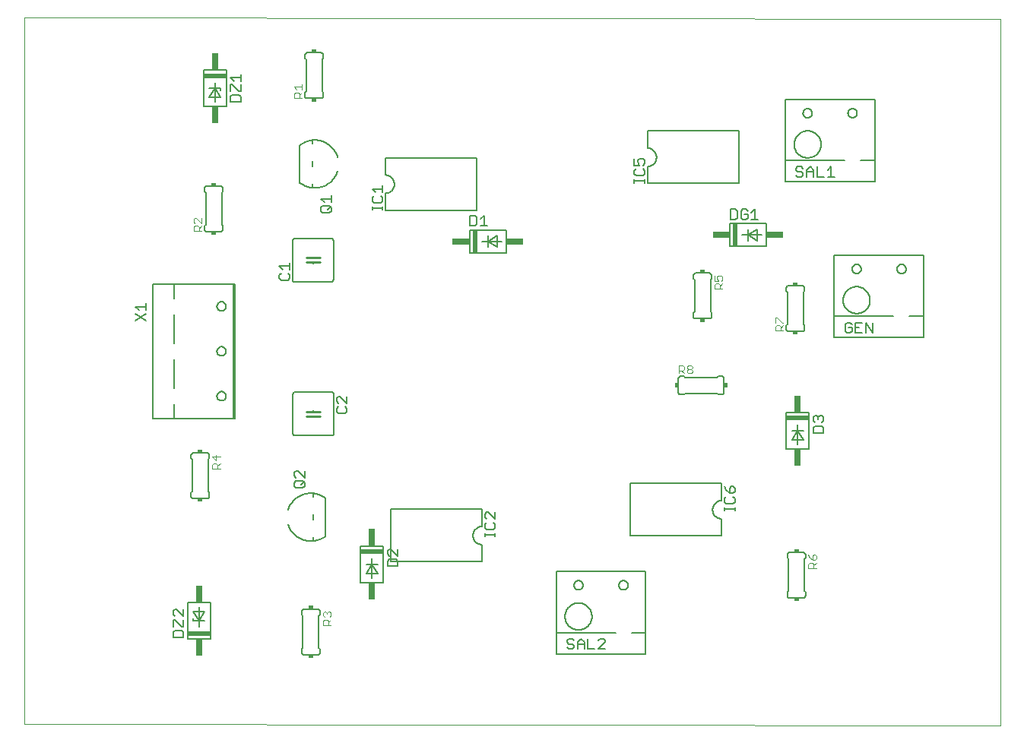
<source format=gto>
G75*
%MOIN*%
%OFA0B0*%
%FSLAX25Y25*%
%IPPOS*%
%LPD*%
%AMOC8*
5,1,8,0,0,1.08239X$1,22.5*
%
%ADD10C,0.00000*%
%ADD11C,0.00600*%
%ADD12C,0.01000*%
%ADD13C,0.00500*%
%ADD14R,0.02000X0.10000*%
%ADD15R,0.07500X0.03000*%
%ADD16R,0.10000X0.02000*%
%ADD17R,0.03000X0.07500*%
%ADD18C,0.00400*%
%ADD19R,0.02000X0.01500*%
%ADD20R,0.01500X0.02000*%
D10*
X0001000Y0001591D02*
X0001000Y0311551D01*
X0428815Y0310961D01*
X0428815Y0001000D01*
X0001000Y0001591D01*
D11*
X0072516Y0038866D02*
X0082516Y0038866D01*
X0082516Y0054866D01*
X0072516Y0054866D01*
X0072516Y0038866D01*
X0077516Y0044366D02*
X0077516Y0046866D01*
X0075016Y0046866D01*
X0075016Y0047866D01*
X0077516Y0046866D02*
X0075016Y0050866D01*
X0080016Y0050866D01*
X0077516Y0046866D01*
X0080016Y0046866D01*
X0077516Y0046866D02*
X0077516Y0052866D01*
X0122591Y0051024D02*
X0122591Y0049524D01*
X0123091Y0049024D01*
X0123091Y0035024D01*
X0122591Y0034524D01*
X0122591Y0033024D01*
X0122593Y0032964D01*
X0122598Y0032903D01*
X0122607Y0032844D01*
X0122620Y0032785D01*
X0122636Y0032726D01*
X0122656Y0032669D01*
X0122679Y0032614D01*
X0122706Y0032559D01*
X0122735Y0032507D01*
X0122768Y0032456D01*
X0122804Y0032407D01*
X0122842Y0032361D01*
X0122884Y0032317D01*
X0122928Y0032275D01*
X0122974Y0032237D01*
X0123023Y0032201D01*
X0123074Y0032168D01*
X0123126Y0032139D01*
X0123181Y0032112D01*
X0123236Y0032089D01*
X0123293Y0032069D01*
X0123352Y0032053D01*
X0123411Y0032040D01*
X0123470Y0032031D01*
X0123531Y0032026D01*
X0123591Y0032024D01*
X0129591Y0032024D01*
X0129651Y0032026D01*
X0129712Y0032031D01*
X0129771Y0032040D01*
X0129830Y0032053D01*
X0129889Y0032069D01*
X0129946Y0032089D01*
X0130001Y0032112D01*
X0130056Y0032139D01*
X0130108Y0032168D01*
X0130159Y0032201D01*
X0130208Y0032237D01*
X0130254Y0032275D01*
X0130298Y0032317D01*
X0130340Y0032361D01*
X0130378Y0032407D01*
X0130414Y0032456D01*
X0130447Y0032507D01*
X0130476Y0032559D01*
X0130503Y0032614D01*
X0130526Y0032669D01*
X0130546Y0032726D01*
X0130562Y0032785D01*
X0130575Y0032844D01*
X0130584Y0032903D01*
X0130589Y0032964D01*
X0130591Y0033024D01*
X0130591Y0034524D01*
X0130091Y0035024D01*
X0130091Y0049024D01*
X0130591Y0049524D01*
X0130591Y0051024D01*
X0130589Y0051084D01*
X0130584Y0051145D01*
X0130575Y0051204D01*
X0130562Y0051263D01*
X0130546Y0051322D01*
X0130526Y0051379D01*
X0130503Y0051434D01*
X0130476Y0051489D01*
X0130447Y0051541D01*
X0130414Y0051592D01*
X0130378Y0051641D01*
X0130340Y0051687D01*
X0130298Y0051731D01*
X0130254Y0051773D01*
X0130208Y0051811D01*
X0130159Y0051847D01*
X0130108Y0051880D01*
X0130056Y0051909D01*
X0130001Y0051936D01*
X0129946Y0051959D01*
X0129889Y0051979D01*
X0129830Y0051995D01*
X0129771Y0052008D01*
X0129712Y0052017D01*
X0129651Y0052022D01*
X0129591Y0052024D01*
X0123591Y0052024D01*
X0123531Y0052022D01*
X0123470Y0052017D01*
X0123411Y0052008D01*
X0123352Y0051995D01*
X0123293Y0051979D01*
X0123236Y0051959D01*
X0123181Y0051936D01*
X0123126Y0051909D01*
X0123074Y0051880D01*
X0123023Y0051847D01*
X0122974Y0051811D01*
X0122928Y0051773D01*
X0122884Y0051731D01*
X0122842Y0051687D01*
X0122804Y0051641D01*
X0122768Y0051592D01*
X0122735Y0051541D01*
X0122706Y0051489D01*
X0122679Y0051434D01*
X0122656Y0051379D01*
X0122636Y0051322D01*
X0122620Y0051263D01*
X0122607Y0051204D01*
X0122598Y0051145D01*
X0122593Y0051084D01*
X0122591Y0051024D01*
X0148402Y0063709D02*
X0158402Y0063709D01*
X0158402Y0079709D01*
X0148402Y0079709D01*
X0148402Y0063709D01*
X0150902Y0067709D02*
X0153402Y0071709D01*
X0150902Y0071709D01*
X0153402Y0071709D02*
X0155902Y0071709D01*
X0153402Y0071709D02*
X0153402Y0065709D01*
X0155902Y0067709D02*
X0150902Y0067709D01*
X0153402Y0071709D02*
X0155902Y0067709D01*
X0153402Y0071709D02*
X0153402Y0074209D01*
X0161689Y0072787D02*
X0161689Y0095787D01*
X0201689Y0095787D01*
X0201689Y0088287D01*
X0201563Y0088285D01*
X0201438Y0088279D01*
X0201313Y0088269D01*
X0201188Y0088255D01*
X0201063Y0088238D01*
X0200939Y0088216D01*
X0200816Y0088191D01*
X0200694Y0088161D01*
X0200573Y0088128D01*
X0200453Y0088091D01*
X0200334Y0088051D01*
X0200217Y0088006D01*
X0200100Y0087958D01*
X0199986Y0087906D01*
X0199873Y0087851D01*
X0199762Y0087792D01*
X0199653Y0087730D01*
X0199546Y0087664D01*
X0199441Y0087595D01*
X0199338Y0087523D01*
X0199237Y0087448D01*
X0199139Y0087369D01*
X0199044Y0087287D01*
X0198951Y0087203D01*
X0198861Y0087115D01*
X0198773Y0087025D01*
X0198689Y0086932D01*
X0198607Y0086837D01*
X0198528Y0086739D01*
X0198453Y0086638D01*
X0198381Y0086535D01*
X0198312Y0086430D01*
X0198246Y0086323D01*
X0198184Y0086214D01*
X0198125Y0086103D01*
X0198070Y0085990D01*
X0198018Y0085876D01*
X0197970Y0085759D01*
X0197925Y0085642D01*
X0197885Y0085523D01*
X0197848Y0085403D01*
X0197815Y0085282D01*
X0197785Y0085160D01*
X0197760Y0085037D01*
X0197738Y0084913D01*
X0197721Y0084788D01*
X0197707Y0084663D01*
X0197697Y0084538D01*
X0197691Y0084413D01*
X0197689Y0084287D01*
X0197691Y0084161D01*
X0197697Y0084036D01*
X0197707Y0083911D01*
X0197721Y0083786D01*
X0197738Y0083661D01*
X0197760Y0083537D01*
X0197785Y0083414D01*
X0197815Y0083292D01*
X0197848Y0083171D01*
X0197885Y0083051D01*
X0197925Y0082932D01*
X0197970Y0082815D01*
X0198018Y0082698D01*
X0198070Y0082584D01*
X0198125Y0082471D01*
X0198184Y0082360D01*
X0198246Y0082251D01*
X0198312Y0082144D01*
X0198381Y0082039D01*
X0198453Y0081936D01*
X0198528Y0081835D01*
X0198607Y0081737D01*
X0198689Y0081642D01*
X0198773Y0081549D01*
X0198861Y0081459D01*
X0198951Y0081371D01*
X0199044Y0081287D01*
X0199139Y0081205D01*
X0199237Y0081126D01*
X0199338Y0081051D01*
X0199441Y0080979D01*
X0199546Y0080910D01*
X0199653Y0080844D01*
X0199762Y0080782D01*
X0199873Y0080723D01*
X0199986Y0080668D01*
X0200100Y0080616D01*
X0200217Y0080568D01*
X0200334Y0080523D01*
X0200453Y0080483D01*
X0200573Y0080446D01*
X0200694Y0080413D01*
X0200816Y0080383D01*
X0200939Y0080358D01*
X0201063Y0080336D01*
X0201188Y0080319D01*
X0201313Y0080305D01*
X0201438Y0080295D01*
X0201563Y0080289D01*
X0201689Y0080287D01*
X0201689Y0072787D01*
X0161689Y0072787D01*
X0133091Y0084110D02*
X0133091Y0100606D01*
X0127591Y0101232D02*
X0127591Y0102811D01*
X0127591Y0093484D02*
X0127591Y0091232D01*
X0133091Y0084112D02*
X0132889Y0083957D01*
X0132684Y0083806D01*
X0132475Y0083661D01*
X0132262Y0083521D01*
X0132046Y0083386D01*
X0131827Y0083257D01*
X0131605Y0083133D01*
X0131380Y0083014D01*
X0131152Y0082900D01*
X0130922Y0082793D01*
X0130689Y0082691D01*
X0130453Y0082594D01*
X0130215Y0082503D01*
X0129975Y0082418D01*
X0129733Y0082339D01*
X0129490Y0082266D01*
X0129244Y0082199D01*
X0128997Y0082137D01*
X0128749Y0082082D01*
X0128499Y0082033D01*
X0128248Y0081990D01*
X0127997Y0081953D01*
X0127744Y0081922D01*
X0127491Y0081897D01*
X0127237Y0081878D01*
X0126983Y0081865D01*
X0126728Y0081859D01*
X0126474Y0081859D01*
X0126219Y0081865D01*
X0125965Y0081877D01*
X0125711Y0081895D01*
X0125458Y0081919D01*
X0125205Y0081950D01*
X0124954Y0081986D01*
X0124703Y0082029D01*
X0124453Y0082078D01*
X0124204Y0082133D01*
X0123957Y0082194D01*
X0123712Y0082260D01*
X0123468Y0082333D01*
X0123226Y0082412D01*
X0122986Y0082496D01*
X0122748Y0082587D01*
X0122512Y0082683D01*
X0122279Y0082784D01*
X0122048Y0082892D01*
X0121820Y0083005D01*
X0121595Y0083123D01*
X0121372Y0083247D01*
X0121153Y0083376D01*
X0120937Y0083510D01*
X0120724Y0083650D01*
X0120515Y0083795D01*
X0120309Y0083944D01*
X0120107Y0084099D01*
X0119909Y0084259D01*
X0119715Y0084423D01*
X0119524Y0084592D01*
X0119338Y0084766D01*
X0119156Y0084944D01*
X0118979Y0085126D01*
X0118806Y0085313D01*
X0118637Y0085503D01*
X0118473Y0085698D01*
X0118314Y0085897D01*
X0118160Y0086099D01*
X0118011Y0086305D01*
X0117867Y0086515D01*
X0117728Y0086728D01*
X0117594Y0086945D01*
X0117465Y0087164D01*
X0117342Y0087387D01*
X0117224Y0087613D01*
X0117112Y0087841D01*
X0117006Y0088072D01*
X0116904Y0088306D01*
X0116809Y0088542D01*
X0116719Y0088780D01*
X0116636Y0089020D01*
X0116558Y0089262D01*
X0116558Y0095456D02*
X0116636Y0095698D01*
X0116720Y0095938D01*
X0116809Y0096176D01*
X0116904Y0096412D01*
X0117006Y0096646D01*
X0117112Y0096877D01*
X0117225Y0097105D01*
X0117342Y0097331D01*
X0117465Y0097554D01*
X0117594Y0097773D01*
X0117728Y0097990D01*
X0117867Y0098203D01*
X0118011Y0098413D01*
X0118160Y0098619D01*
X0118314Y0098821D01*
X0118473Y0099020D01*
X0118637Y0099215D01*
X0118806Y0099406D01*
X0118979Y0099592D01*
X0119156Y0099775D01*
X0119338Y0099953D01*
X0119524Y0100126D01*
X0119715Y0100295D01*
X0119909Y0100459D01*
X0120107Y0100619D01*
X0120309Y0100774D01*
X0120515Y0100923D01*
X0120724Y0101068D01*
X0120937Y0101208D01*
X0121153Y0101342D01*
X0121373Y0101471D01*
X0121595Y0101595D01*
X0121820Y0101714D01*
X0122048Y0101826D01*
X0122279Y0101934D01*
X0122512Y0102035D01*
X0122748Y0102131D01*
X0122986Y0102222D01*
X0123226Y0102306D01*
X0123468Y0102385D01*
X0123712Y0102458D01*
X0123958Y0102524D01*
X0124205Y0102585D01*
X0124453Y0102640D01*
X0124703Y0102689D01*
X0124954Y0102732D01*
X0125206Y0102768D01*
X0125458Y0102799D01*
X0125712Y0102823D01*
X0125965Y0102841D01*
X0126220Y0102853D01*
X0126474Y0102859D01*
X0126729Y0102859D01*
X0126983Y0102853D01*
X0127237Y0102840D01*
X0127491Y0102821D01*
X0127744Y0102796D01*
X0127997Y0102765D01*
X0128249Y0102728D01*
X0128499Y0102685D01*
X0128749Y0102636D01*
X0128998Y0102580D01*
X0129245Y0102519D01*
X0129490Y0102452D01*
X0129734Y0102379D01*
X0129976Y0102300D01*
X0130215Y0102215D01*
X0130453Y0102124D01*
X0130689Y0102027D01*
X0130922Y0101925D01*
X0131152Y0101817D01*
X0131380Y0101704D01*
X0131605Y0101585D01*
X0131827Y0101461D01*
X0132046Y0101331D01*
X0132262Y0101197D01*
X0132475Y0101057D01*
X0132684Y0100911D01*
X0132889Y0100761D01*
X0133091Y0100606D01*
X0127591Y0083484D02*
X0127591Y0081906D01*
X0082087Y0101587D02*
X0082087Y0103087D01*
X0081587Y0103587D01*
X0081587Y0117587D01*
X0082087Y0118087D01*
X0082087Y0119587D01*
X0082085Y0119647D01*
X0082080Y0119708D01*
X0082071Y0119767D01*
X0082058Y0119826D01*
X0082042Y0119885D01*
X0082022Y0119942D01*
X0081999Y0119997D01*
X0081972Y0120052D01*
X0081943Y0120104D01*
X0081910Y0120155D01*
X0081874Y0120204D01*
X0081836Y0120250D01*
X0081794Y0120294D01*
X0081750Y0120336D01*
X0081704Y0120374D01*
X0081655Y0120410D01*
X0081604Y0120443D01*
X0081552Y0120472D01*
X0081497Y0120499D01*
X0081442Y0120522D01*
X0081385Y0120542D01*
X0081326Y0120558D01*
X0081267Y0120571D01*
X0081208Y0120580D01*
X0081147Y0120585D01*
X0081087Y0120587D01*
X0075087Y0120587D01*
X0075027Y0120585D01*
X0074966Y0120580D01*
X0074907Y0120571D01*
X0074848Y0120558D01*
X0074789Y0120542D01*
X0074732Y0120522D01*
X0074677Y0120499D01*
X0074622Y0120472D01*
X0074570Y0120443D01*
X0074519Y0120410D01*
X0074470Y0120374D01*
X0074424Y0120336D01*
X0074380Y0120294D01*
X0074338Y0120250D01*
X0074300Y0120204D01*
X0074264Y0120155D01*
X0074231Y0120104D01*
X0074202Y0120052D01*
X0074175Y0119997D01*
X0074152Y0119942D01*
X0074132Y0119885D01*
X0074116Y0119826D01*
X0074103Y0119767D01*
X0074094Y0119708D01*
X0074089Y0119647D01*
X0074087Y0119587D01*
X0074087Y0118087D01*
X0074587Y0117587D01*
X0074587Y0103587D01*
X0074087Y0103087D01*
X0074087Y0101587D01*
X0074089Y0101527D01*
X0074094Y0101466D01*
X0074103Y0101407D01*
X0074116Y0101348D01*
X0074132Y0101289D01*
X0074152Y0101232D01*
X0074175Y0101177D01*
X0074202Y0101122D01*
X0074231Y0101070D01*
X0074264Y0101019D01*
X0074300Y0100970D01*
X0074338Y0100924D01*
X0074380Y0100880D01*
X0074424Y0100838D01*
X0074470Y0100800D01*
X0074519Y0100764D01*
X0074570Y0100731D01*
X0074622Y0100702D01*
X0074677Y0100675D01*
X0074732Y0100652D01*
X0074789Y0100632D01*
X0074848Y0100616D01*
X0074907Y0100603D01*
X0074966Y0100594D01*
X0075027Y0100589D01*
X0075087Y0100587D01*
X0081087Y0100587D01*
X0081147Y0100589D01*
X0081208Y0100594D01*
X0081267Y0100603D01*
X0081326Y0100616D01*
X0081385Y0100632D01*
X0081442Y0100652D01*
X0081497Y0100675D01*
X0081552Y0100702D01*
X0081604Y0100731D01*
X0081655Y0100764D01*
X0081704Y0100800D01*
X0081750Y0100838D01*
X0081794Y0100880D01*
X0081836Y0100924D01*
X0081874Y0100970D01*
X0081910Y0101019D01*
X0081943Y0101070D01*
X0081972Y0101122D01*
X0081999Y0101177D01*
X0082022Y0101232D01*
X0082042Y0101289D01*
X0082058Y0101348D01*
X0082071Y0101407D01*
X0082080Y0101466D01*
X0082085Y0101527D01*
X0082087Y0101587D01*
X0118693Y0129213D02*
X0118693Y0146213D01*
X0118695Y0146273D01*
X0118700Y0146334D01*
X0118709Y0146393D01*
X0118722Y0146452D01*
X0118738Y0146511D01*
X0118758Y0146568D01*
X0118781Y0146623D01*
X0118808Y0146678D01*
X0118837Y0146730D01*
X0118870Y0146781D01*
X0118906Y0146830D01*
X0118944Y0146876D01*
X0118986Y0146920D01*
X0119030Y0146962D01*
X0119076Y0147000D01*
X0119125Y0147036D01*
X0119176Y0147069D01*
X0119228Y0147098D01*
X0119283Y0147125D01*
X0119338Y0147148D01*
X0119395Y0147168D01*
X0119454Y0147184D01*
X0119513Y0147197D01*
X0119572Y0147206D01*
X0119633Y0147211D01*
X0119693Y0147213D01*
X0135693Y0147213D01*
X0135753Y0147211D01*
X0135814Y0147206D01*
X0135873Y0147197D01*
X0135932Y0147184D01*
X0135991Y0147168D01*
X0136048Y0147148D01*
X0136103Y0147125D01*
X0136158Y0147098D01*
X0136210Y0147069D01*
X0136261Y0147036D01*
X0136310Y0147000D01*
X0136356Y0146962D01*
X0136400Y0146920D01*
X0136442Y0146876D01*
X0136480Y0146830D01*
X0136516Y0146781D01*
X0136549Y0146730D01*
X0136578Y0146678D01*
X0136605Y0146623D01*
X0136628Y0146568D01*
X0136648Y0146511D01*
X0136664Y0146452D01*
X0136677Y0146393D01*
X0136686Y0146334D01*
X0136691Y0146273D01*
X0136693Y0146213D01*
X0136693Y0129213D01*
X0136691Y0129153D01*
X0136686Y0129092D01*
X0136677Y0129033D01*
X0136664Y0128974D01*
X0136648Y0128915D01*
X0136628Y0128858D01*
X0136605Y0128803D01*
X0136578Y0128748D01*
X0136549Y0128696D01*
X0136516Y0128645D01*
X0136480Y0128596D01*
X0136442Y0128550D01*
X0136400Y0128506D01*
X0136356Y0128464D01*
X0136310Y0128426D01*
X0136261Y0128390D01*
X0136210Y0128357D01*
X0136158Y0128328D01*
X0136103Y0128301D01*
X0136048Y0128278D01*
X0135991Y0128258D01*
X0135932Y0128242D01*
X0135873Y0128229D01*
X0135814Y0128220D01*
X0135753Y0128215D01*
X0135693Y0128213D01*
X0119693Y0128213D01*
X0119633Y0128215D01*
X0119572Y0128220D01*
X0119513Y0128229D01*
X0119454Y0128242D01*
X0119395Y0128258D01*
X0119338Y0128278D01*
X0119283Y0128301D01*
X0119228Y0128328D01*
X0119176Y0128357D01*
X0119125Y0128390D01*
X0119076Y0128426D01*
X0119030Y0128464D01*
X0118986Y0128506D01*
X0118944Y0128550D01*
X0118906Y0128596D01*
X0118870Y0128645D01*
X0118837Y0128696D01*
X0118808Y0128748D01*
X0118781Y0128803D01*
X0118758Y0128858D01*
X0118738Y0128915D01*
X0118722Y0128974D01*
X0118709Y0129033D01*
X0118700Y0129092D01*
X0118695Y0129153D01*
X0118693Y0129213D01*
X0127693Y0136213D02*
X0127693Y0136713D01*
X0127693Y0138713D02*
X0127693Y0139213D01*
X0093437Y0135657D02*
X0093437Y0194657D01*
X0092638Y0194657D01*
X0092638Y0135657D01*
X0066638Y0135657D01*
X0057236Y0135657D01*
X0057236Y0194657D01*
X0066638Y0194657D01*
X0092638Y0194657D01*
X0085436Y0184858D02*
X0085438Y0184947D01*
X0085444Y0185036D01*
X0085454Y0185125D01*
X0085468Y0185213D01*
X0085485Y0185300D01*
X0085507Y0185386D01*
X0085533Y0185472D01*
X0085562Y0185556D01*
X0085595Y0185639D01*
X0085631Y0185720D01*
X0085672Y0185800D01*
X0085715Y0185877D01*
X0085762Y0185953D01*
X0085813Y0186026D01*
X0085866Y0186097D01*
X0085923Y0186166D01*
X0085983Y0186232D01*
X0086046Y0186296D01*
X0086111Y0186356D01*
X0086179Y0186414D01*
X0086250Y0186468D01*
X0086323Y0186519D01*
X0086398Y0186567D01*
X0086475Y0186612D01*
X0086554Y0186653D01*
X0086635Y0186690D01*
X0086717Y0186724D01*
X0086801Y0186755D01*
X0086886Y0186781D01*
X0086972Y0186804D01*
X0087059Y0186822D01*
X0087147Y0186837D01*
X0087236Y0186848D01*
X0087325Y0186855D01*
X0087414Y0186858D01*
X0087503Y0186857D01*
X0087592Y0186852D01*
X0087680Y0186843D01*
X0087769Y0186830D01*
X0087856Y0186813D01*
X0087943Y0186793D01*
X0088029Y0186768D01*
X0088113Y0186740D01*
X0088196Y0186708D01*
X0088278Y0186672D01*
X0088358Y0186633D01*
X0088436Y0186590D01*
X0088512Y0186544D01*
X0088586Y0186494D01*
X0088658Y0186441D01*
X0088727Y0186385D01*
X0088794Y0186326D01*
X0088858Y0186264D01*
X0088919Y0186200D01*
X0088978Y0186132D01*
X0089033Y0186062D01*
X0089085Y0185990D01*
X0089134Y0185915D01*
X0089179Y0185839D01*
X0089221Y0185760D01*
X0089259Y0185680D01*
X0089294Y0185598D01*
X0089325Y0185514D01*
X0089353Y0185429D01*
X0089376Y0185343D01*
X0089396Y0185256D01*
X0089412Y0185169D01*
X0089424Y0185080D01*
X0089432Y0184992D01*
X0089436Y0184903D01*
X0089436Y0184813D01*
X0089432Y0184724D01*
X0089424Y0184636D01*
X0089412Y0184547D01*
X0089396Y0184460D01*
X0089376Y0184373D01*
X0089353Y0184287D01*
X0089325Y0184202D01*
X0089294Y0184118D01*
X0089259Y0184036D01*
X0089221Y0183956D01*
X0089179Y0183877D01*
X0089134Y0183801D01*
X0089085Y0183726D01*
X0089033Y0183654D01*
X0088978Y0183584D01*
X0088919Y0183516D01*
X0088858Y0183452D01*
X0088794Y0183390D01*
X0088727Y0183331D01*
X0088658Y0183275D01*
X0088586Y0183222D01*
X0088512Y0183172D01*
X0088436Y0183126D01*
X0088358Y0183083D01*
X0088278Y0183044D01*
X0088196Y0183008D01*
X0088113Y0182976D01*
X0088029Y0182948D01*
X0087943Y0182923D01*
X0087856Y0182903D01*
X0087769Y0182886D01*
X0087680Y0182873D01*
X0087592Y0182864D01*
X0087503Y0182859D01*
X0087414Y0182858D01*
X0087325Y0182861D01*
X0087236Y0182868D01*
X0087147Y0182879D01*
X0087059Y0182894D01*
X0086972Y0182912D01*
X0086886Y0182935D01*
X0086801Y0182961D01*
X0086717Y0182992D01*
X0086635Y0183026D01*
X0086554Y0183063D01*
X0086475Y0183104D01*
X0086398Y0183149D01*
X0086323Y0183197D01*
X0086250Y0183248D01*
X0086179Y0183302D01*
X0086111Y0183360D01*
X0086046Y0183420D01*
X0085983Y0183484D01*
X0085923Y0183550D01*
X0085866Y0183619D01*
X0085813Y0183690D01*
X0085762Y0183763D01*
X0085715Y0183839D01*
X0085672Y0183916D01*
X0085631Y0183996D01*
X0085595Y0184077D01*
X0085562Y0184160D01*
X0085533Y0184244D01*
X0085507Y0184330D01*
X0085485Y0184416D01*
X0085468Y0184503D01*
X0085454Y0184591D01*
X0085444Y0184680D01*
X0085438Y0184769D01*
X0085436Y0184858D01*
X0066638Y0181358D02*
X0066638Y0168657D01*
X0066638Y0161657D02*
X0066638Y0148957D01*
X0066638Y0141957D02*
X0066638Y0135657D01*
X0085436Y0145458D02*
X0085438Y0145547D01*
X0085444Y0145636D01*
X0085454Y0145725D01*
X0085468Y0145813D01*
X0085485Y0145900D01*
X0085507Y0145986D01*
X0085533Y0146072D01*
X0085562Y0146156D01*
X0085595Y0146239D01*
X0085631Y0146320D01*
X0085672Y0146400D01*
X0085715Y0146477D01*
X0085762Y0146553D01*
X0085813Y0146626D01*
X0085866Y0146697D01*
X0085923Y0146766D01*
X0085983Y0146832D01*
X0086046Y0146896D01*
X0086111Y0146956D01*
X0086179Y0147014D01*
X0086250Y0147068D01*
X0086323Y0147119D01*
X0086398Y0147167D01*
X0086475Y0147212D01*
X0086554Y0147253D01*
X0086635Y0147290D01*
X0086717Y0147324D01*
X0086801Y0147355D01*
X0086886Y0147381D01*
X0086972Y0147404D01*
X0087059Y0147422D01*
X0087147Y0147437D01*
X0087236Y0147448D01*
X0087325Y0147455D01*
X0087414Y0147458D01*
X0087503Y0147457D01*
X0087592Y0147452D01*
X0087680Y0147443D01*
X0087769Y0147430D01*
X0087856Y0147413D01*
X0087943Y0147393D01*
X0088029Y0147368D01*
X0088113Y0147340D01*
X0088196Y0147308D01*
X0088278Y0147272D01*
X0088358Y0147233D01*
X0088436Y0147190D01*
X0088512Y0147144D01*
X0088586Y0147094D01*
X0088658Y0147041D01*
X0088727Y0146985D01*
X0088794Y0146926D01*
X0088858Y0146864D01*
X0088919Y0146800D01*
X0088978Y0146732D01*
X0089033Y0146662D01*
X0089085Y0146590D01*
X0089134Y0146515D01*
X0089179Y0146439D01*
X0089221Y0146360D01*
X0089259Y0146280D01*
X0089294Y0146198D01*
X0089325Y0146114D01*
X0089353Y0146029D01*
X0089376Y0145943D01*
X0089396Y0145856D01*
X0089412Y0145769D01*
X0089424Y0145680D01*
X0089432Y0145592D01*
X0089436Y0145503D01*
X0089436Y0145413D01*
X0089432Y0145324D01*
X0089424Y0145236D01*
X0089412Y0145147D01*
X0089396Y0145060D01*
X0089376Y0144973D01*
X0089353Y0144887D01*
X0089325Y0144802D01*
X0089294Y0144718D01*
X0089259Y0144636D01*
X0089221Y0144556D01*
X0089179Y0144477D01*
X0089134Y0144401D01*
X0089085Y0144326D01*
X0089033Y0144254D01*
X0088978Y0144184D01*
X0088919Y0144116D01*
X0088858Y0144052D01*
X0088794Y0143990D01*
X0088727Y0143931D01*
X0088658Y0143875D01*
X0088586Y0143822D01*
X0088512Y0143772D01*
X0088436Y0143726D01*
X0088358Y0143683D01*
X0088278Y0143644D01*
X0088196Y0143608D01*
X0088113Y0143576D01*
X0088029Y0143548D01*
X0087943Y0143523D01*
X0087856Y0143503D01*
X0087769Y0143486D01*
X0087680Y0143473D01*
X0087592Y0143464D01*
X0087503Y0143459D01*
X0087414Y0143458D01*
X0087325Y0143461D01*
X0087236Y0143468D01*
X0087147Y0143479D01*
X0087059Y0143494D01*
X0086972Y0143512D01*
X0086886Y0143535D01*
X0086801Y0143561D01*
X0086717Y0143592D01*
X0086635Y0143626D01*
X0086554Y0143663D01*
X0086475Y0143704D01*
X0086398Y0143749D01*
X0086323Y0143797D01*
X0086250Y0143848D01*
X0086179Y0143902D01*
X0086111Y0143960D01*
X0086046Y0144020D01*
X0085983Y0144084D01*
X0085923Y0144150D01*
X0085866Y0144219D01*
X0085813Y0144290D01*
X0085762Y0144363D01*
X0085715Y0144439D01*
X0085672Y0144516D01*
X0085631Y0144596D01*
X0085595Y0144677D01*
X0085562Y0144760D01*
X0085533Y0144844D01*
X0085507Y0144930D01*
X0085485Y0145016D01*
X0085468Y0145103D01*
X0085454Y0145191D01*
X0085444Y0145280D01*
X0085438Y0145369D01*
X0085436Y0145458D01*
X0092638Y0135657D02*
X0093437Y0135657D01*
X0085436Y0165158D02*
X0085438Y0165247D01*
X0085444Y0165336D01*
X0085454Y0165425D01*
X0085468Y0165513D01*
X0085485Y0165600D01*
X0085507Y0165686D01*
X0085533Y0165772D01*
X0085562Y0165856D01*
X0085595Y0165939D01*
X0085631Y0166020D01*
X0085672Y0166100D01*
X0085715Y0166177D01*
X0085762Y0166253D01*
X0085813Y0166326D01*
X0085866Y0166397D01*
X0085923Y0166466D01*
X0085983Y0166532D01*
X0086046Y0166596D01*
X0086111Y0166656D01*
X0086179Y0166714D01*
X0086250Y0166768D01*
X0086323Y0166819D01*
X0086398Y0166867D01*
X0086475Y0166912D01*
X0086554Y0166953D01*
X0086635Y0166990D01*
X0086717Y0167024D01*
X0086801Y0167055D01*
X0086886Y0167081D01*
X0086972Y0167104D01*
X0087059Y0167122D01*
X0087147Y0167137D01*
X0087236Y0167148D01*
X0087325Y0167155D01*
X0087414Y0167158D01*
X0087503Y0167157D01*
X0087592Y0167152D01*
X0087680Y0167143D01*
X0087769Y0167130D01*
X0087856Y0167113D01*
X0087943Y0167093D01*
X0088029Y0167068D01*
X0088113Y0167040D01*
X0088196Y0167008D01*
X0088278Y0166972D01*
X0088358Y0166933D01*
X0088436Y0166890D01*
X0088512Y0166844D01*
X0088586Y0166794D01*
X0088658Y0166741D01*
X0088727Y0166685D01*
X0088794Y0166626D01*
X0088858Y0166564D01*
X0088919Y0166500D01*
X0088978Y0166432D01*
X0089033Y0166362D01*
X0089085Y0166290D01*
X0089134Y0166215D01*
X0089179Y0166139D01*
X0089221Y0166060D01*
X0089259Y0165980D01*
X0089294Y0165898D01*
X0089325Y0165814D01*
X0089353Y0165729D01*
X0089376Y0165643D01*
X0089396Y0165556D01*
X0089412Y0165469D01*
X0089424Y0165380D01*
X0089432Y0165292D01*
X0089436Y0165203D01*
X0089436Y0165113D01*
X0089432Y0165024D01*
X0089424Y0164936D01*
X0089412Y0164847D01*
X0089396Y0164760D01*
X0089376Y0164673D01*
X0089353Y0164587D01*
X0089325Y0164502D01*
X0089294Y0164418D01*
X0089259Y0164336D01*
X0089221Y0164256D01*
X0089179Y0164177D01*
X0089134Y0164101D01*
X0089085Y0164026D01*
X0089033Y0163954D01*
X0088978Y0163884D01*
X0088919Y0163816D01*
X0088858Y0163752D01*
X0088794Y0163690D01*
X0088727Y0163631D01*
X0088658Y0163575D01*
X0088586Y0163522D01*
X0088512Y0163472D01*
X0088436Y0163426D01*
X0088358Y0163383D01*
X0088278Y0163344D01*
X0088196Y0163308D01*
X0088113Y0163276D01*
X0088029Y0163248D01*
X0087943Y0163223D01*
X0087856Y0163203D01*
X0087769Y0163186D01*
X0087680Y0163173D01*
X0087592Y0163164D01*
X0087503Y0163159D01*
X0087414Y0163158D01*
X0087325Y0163161D01*
X0087236Y0163168D01*
X0087147Y0163179D01*
X0087059Y0163194D01*
X0086972Y0163212D01*
X0086886Y0163235D01*
X0086801Y0163261D01*
X0086717Y0163292D01*
X0086635Y0163326D01*
X0086554Y0163363D01*
X0086475Y0163404D01*
X0086398Y0163449D01*
X0086323Y0163497D01*
X0086250Y0163548D01*
X0086179Y0163602D01*
X0086111Y0163660D01*
X0086046Y0163720D01*
X0085983Y0163784D01*
X0085923Y0163850D01*
X0085866Y0163919D01*
X0085813Y0163990D01*
X0085762Y0164063D01*
X0085715Y0164139D01*
X0085672Y0164216D01*
X0085631Y0164296D01*
X0085595Y0164377D01*
X0085562Y0164460D01*
X0085533Y0164544D01*
X0085507Y0164630D01*
X0085485Y0164716D01*
X0085468Y0164803D01*
X0085454Y0164891D01*
X0085444Y0164980D01*
X0085438Y0165069D01*
X0085436Y0165158D01*
X0066638Y0188358D02*
X0066638Y0194657D01*
X0080972Y0217594D02*
X0086972Y0217594D01*
X0087032Y0217596D01*
X0087093Y0217601D01*
X0087152Y0217610D01*
X0087211Y0217623D01*
X0087270Y0217639D01*
X0087327Y0217659D01*
X0087382Y0217682D01*
X0087437Y0217709D01*
X0087489Y0217738D01*
X0087540Y0217771D01*
X0087589Y0217807D01*
X0087635Y0217845D01*
X0087679Y0217887D01*
X0087721Y0217931D01*
X0087759Y0217977D01*
X0087795Y0218026D01*
X0087828Y0218077D01*
X0087857Y0218129D01*
X0087884Y0218184D01*
X0087907Y0218239D01*
X0087927Y0218296D01*
X0087943Y0218355D01*
X0087956Y0218414D01*
X0087965Y0218473D01*
X0087970Y0218534D01*
X0087972Y0218594D01*
X0087972Y0220094D01*
X0087472Y0220594D01*
X0087472Y0234594D01*
X0087972Y0235094D01*
X0087972Y0236594D01*
X0087970Y0236654D01*
X0087965Y0236715D01*
X0087956Y0236774D01*
X0087943Y0236833D01*
X0087927Y0236892D01*
X0087907Y0236949D01*
X0087884Y0237004D01*
X0087857Y0237059D01*
X0087828Y0237111D01*
X0087795Y0237162D01*
X0087759Y0237211D01*
X0087721Y0237257D01*
X0087679Y0237301D01*
X0087635Y0237343D01*
X0087589Y0237381D01*
X0087540Y0237417D01*
X0087489Y0237450D01*
X0087437Y0237479D01*
X0087382Y0237506D01*
X0087327Y0237529D01*
X0087270Y0237549D01*
X0087211Y0237565D01*
X0087152Y0237578D01*
X0087093Y0237587D01*
X0087032Y0237592D01*
X0086972Y0237594D01*
X0080972Y0237594D01*
X0080912Y0237592D01*
X0080851Y0237587D01*
X0080792Y0237578D01*
X0080733Y0237565D01*
X0080674Y0237549D01*
X0080617Y0237529D01*
X0080562Y0237506D01*
X0080507Y0237479D01*
X0080455Y0237450D01*
X0080404Y0237417D01*
X0080355Y0237381D01*
X0080309Y0237343D01*
X0080265Y0237301D01*
X0080223Y0237257D01*
X0080185Y0237211D01*
X0080149Y0237162D01*
X0080116Y0237111D01*
X0080087Y0237059D01*
X0080060Y0237004D01*
X0080037Y0236949D01*
X0080017Y0236892D01*
X0080001Y0236833D01*
X0079988Y0236774D01*
X0079979Y0236715D01*
X0079974Y0236654D01*
X0079972Y0236594D01*
X0079972Y0235094D01*
X0080472Y0234594D01*
X0080472Y0220594D01*
X0079972Y0220094D01*
X0079972Y0218594D01*
X0079974Y0218534D01*
X0079979Y0218473D01*
X0079988Y0218414D01*
X0080001Y0218355D01*
X0080017Y0218296D01*
X0080037Y0218239D01*
X0080060Y0218184D01*
X0080087Y0218129D01*
X0080116Y0218077D01*
X0080149Y0218026D01*
X0080185Y0217977D01*
X0080223Y0217931D01*
X0080265Y0217887D01*
X0080309Y0217845D01*
X0080355Y0217807D01*
X0080404Y0217771D01*
X0080455Y0217738D01*
X0080507Y0217709D01*
X0080562Y0217682D01*
X0080617Y0217659D01*
X0080674Y0217639D01*
X0080733Y0217623D01*
X0080792Y0217610D01*
X0080851Y0217601D01*
X0080912Y0217596D01*
X0080972Y0217594D01*
X0118476Y0213614D02*
X0118476Y0196614D01*
X0118478Y0196554D01*
X0118483Y0196493D01*
X0118492Y0196434D01*
X0118505Y0196375D01*
X0118521Y0196316D01*
X0118541Y0196259D01*
X0118564Y0196204D01*
X0118591Y0196149D01*
X0118620Y0196097D01*
X0118653Y0196046D01*
X0118689Y0195997D01*
X0118727Y0195951D01*
X0118769Y0195907D01*
X0118813Y0195865D01*
X0118859Y0195827D01*
X0118908Y0195791D01*
X0118959Y0195758D01*
X0119011Y0195729D01*
X0119066Y0195702D01*
X0119121Y0195679D01*
X0119178Y0195659D01*
X0119237Y0195643D01*
X0119296Y0195630D01*
X0119355Y0195621D01*
X0119416Y0195616D01*
X0119476Y0195614D01*
X0135476Y0195614D01*
X0135536Y0195616D01*
X0135597Y0195621D01*
X0135656Y0195630D01*
X0135715Y0195643D01*
X0135774Y0195659D01*
X0135831Y0195679D01*
X0135886Y0195702D01*
X0135941Y0195729D01*
X0135993Y0195758D01*
X0136044Y0195791D01*
X0136093Y0195827D01*
X0136139Y0195865D01*
X0136183Y0195907D01*
X0136225Y0195951D01*
X0136263Y0195997D01*
X0136299Y0196046D01*
X0136332Y0196097D01*
X0136361Y0196149D01*
X0136388Y0196204D01*
X0136411Y0196259D01*
X0136431Y0196316D01*
X0136447Y0196375D01*
X0136460Y0196434D01*
X0136469Y0196493D01*
X0136474Y0196554D01*
X0136476Y0196614D01*
X0136476Y0213614D01*
X0136474Y0213674D01*
X0136469Y0213735D01*
X0136460Y0213794D01*
X0136447Y0213853D01*
X0136431Y0213912D01*
X0136411Y0213969D01*
X0136388Y0214024D01*
X0136361Y0214079D01*
X0136332Y0214131D01*
X0136299Y0214182D01*
X0136263Y0214231D01*
X0136225Y0214277D01*
X0136183Y0214321D01*
X0136139Y0214363D01*
X0136093Y0214401D01*
X0136044Y0214437D01*
X0135993Y0214470D01*
X0135941Y0214499D01*
X0135886Y0214526D01*
X0135831Y0214549D01*
X0135774Y0214569D01*
X0135715Y0214585D01*
X0135656Y0214598D01*
X0135597Y0214607D01*
X0135536Y0214612D01*
X0135476Y0214614D01*
X0119476Y0214614D01*
X0119416Y0214612D01*
X0119355Y0214607D01*
X0119296Y0214598D01*
X0119237Y0214585D01*
X0119178Y0214569D01*
X0119121Y0214549D01*
X0119066Y0214526D01*
X0119011Y0214499D01*
X0118959Y0214470D01*
X0118908Y0214437D01*
X0118859Y0214401D01*
X0118813Y0214363D01*
X0118769Y0214321D01*
X0118727Y0214277D01*
X0118689Y0214231D01*
X0118653Y0214182D01*
X0118620Y0214131D01*
X0118591Y0214079D01*
X0118564Y0214024D01*
X0118541Y0213969D01*
X0118521Y0213912D01*
X0118505Y0213853D01*
X0118492Y0213794D01*
X0118483Y0213735D01*
X0118478Y0213674D01*
X0118476Y0213614D01*
X0127476Y0206614D02*
X0127476Y0206114D01*
X0127476Y0204114D02*
X0127476Y0203614D01*
X0159228Y0226941D02*
X0159228Y0234441D01*
X0159354Y0234443D01*
X0159479Y0234449D01*
X0159604Y0234459D01*
X0159729Y0234473D01*
X0159854Y0234490D01*
X0159978Y0234512D01*
X0160101Y0234537D01*
X0160223Y0234567D01*
X0160344Y0234600D01*
X0160464Y0234637D01*
X0160583Y0234677D01*
X0160700Y0234722D01*
X0160817Y0234770D01*
X0160931Y0234822D01*
X0161044Y0234877D01*
X0161155Y0234936D01*
X0161264Y0234998D01*
X0161371Y0235064D01*
X0161476Y0235133D01*
X0161579Y0235205D01*
X0161680Y0235280D01*
X0161778Y0235359D01*
X0161873Y0235441D01*
X0161966Y0235525D01*
X0162056Y0235613D01*
X0162144Y0235703D01*
X0162228Y0235796D01*
X0162310Y0235891D01*
X0162389Y0235989D01*
X0162464Y0236090D01*
X0162536Y0236193D01*
X0162605Y0236298D01*
X0162671Y0236405D01*
X0162733Y0236514D01*
X0162792Y0236625D01*
X0162847Y0236738D01*
X0162899Y0236852D01*
X0162947Y0236969D01*
X0162992Y0237086D01*
X0163032Y0237205D01*
X0163069Y0237325D01*
X0163102Y0237446D01*
X0163132Y0237568D01*
X0163157Y0237691D01*
X0163179Y0237815D01*
X0163196Y0237940D01*
X0163210Y0238065D01*
X0163220Y0238190D01*
X0163226Y0238315D01*
X0163228Y0238441D01*
X0163226Y0238567D01*
X0163220Y0238692D01*
X0163210Y0238817D01*
X0163196Y0238942D01*
X0163179Y0239067D01*
X0163157Y0239191D01*
X0163132Y0239314D01*
X0163102Y0239436D01*
X0163069Y0239557D01*
X0163032Y0239677D01*
X0162992Y0239796D01*
X0162947Y0239913D01*
X0162899Y0240030D01*
X0162847Y0240144D01*
X0162792Y0240257D01*
X0162733Y0240368D01*
X0162671Y0240477D01*
X0162605Y0240584D01*
X0162536Y0240689D01*
X0162464Y0240792D01*
X0162389Y0240893D01*
X0162310Y0240991D01*
X0162228Y0241086D01*
X0162144Y0241179D01*
X0162056Y0241269D01*
X0161966Y0241357D01*
X0161873Y0241441D01*
X0161778Y0241523D01*
X0161680Y0241602D01*
X0161579Y0241677D01*
X0161476Y0241749D01*
X0161371Y0241818D01*
X0161264Y0241884D01*
X0161155Y0241946D01*
X0161044Y0242005D01*
X0160931Y0242060D01*
X0160817Y0242112D01*
X0160700Y0242160D01*
X0160583Y0242205D01*
X0160464Y0242245D01*
X0160344Y0242282D01*
X0160223Y0242315D01*
X0160101Y0242345D01*
X0159978Y0242370D01*
X0159854Y0242392D01*
X0159729Y0242409D01*
X0159604Y0242423D01*
X0159479Y0242433D01*
X0159354Y0242439D01*
X0159228Y0242441D01*
X0159228Y0249941D01*
X0199228Y0249941D01*
X0199228Y0226941D01*
X0159228Y0226941D01*
X0127264Y0236846D02*
X0127264Y0238425D01*
X0121764Y0239051D02*
X0121764Y0255547D01*
X0127264Y0256173D02*
X0127264Y0257752D01*
X0127264Y0248425D02*
X0127264Y0246173D01*
X0121764Y0239051D02*
X0121966Y0238896D01*
X0122171Y0238746D01*
X0122380Y0238600D01*
X0122593Y0238460D01*
X0122809Y0238326D01*
X0123028Y0238196D01*
X0123250Y0238072D01*
X0123475Y0237953D01*
X0123703Y0237840D01*
X0123933Y0237732D01*
X0124166Y0237630D01*
X0124402Y0237533D01*
X0124640Y0237442D01*
X0124879Y0237357D01*
X0125121Y0237278D01*
X0125365Y0237205D01*
X0125610Y0237138D01*
X0125857Y0237077D01*
X0126106Y0237021D01*
X0126356Y0236972D01*
X0126606Y0236929D01*
X0126858Y0236892D01*
X0127111Y0236861D01*
X0127364Y0236836D01*
X0127618Y0236817D01*
X0127872Y0236804D01*
X0128126Y0236798D01*
X0128381Y0236798D01*
X0128635Y0236804D01*
X0128890Y0236816D01*
X0129143Y0236834D01*
X0129397Y0236858D01*
X0129649Y0236889D01*
X0129901Y0236925D01*
X0130152Y0236968D01*
X0130402Y0237017D01*
X0130650Y0237072D01*
X0130897Y0237133D01*
X0131143Y0237199D01*
X0131387Y0237272D01*
X0131629Y0237351D01*
X0131869Y0237435D01*
X0132107Y0237526D01*
X0132343Y0237622D01*
X0132576Y0237723D01*
X0132807Y0237831D01*
X0133035Y0237943D01*
X0133260Y0238062D01*
X0133482Y0238186D01*
X0133702Y0238315D01*
X0133918Y0238449D01*
X0134131Y0238589D01*
X0134340Y0238734D01*
X0134546Y0238883D01*
X0134748Y0239038D01*
X0134946Y0239198D01*
X0135140Y0239362D01*
X0135331Y0239531D01*
X0135517Y0239704D01*
X0135699Y0239882D01*
X0135876Y0240065D01*
X0136049Y0240251D01*
X0136218Y0240442D01*
X0136382Y0240637D01*
X0136541Y0240836D01*
X0136695Y0241038D01*
X0136844Y0241244D01*
X0136988Y0241454D01*
X0137127Y0241667D01*
X0137261Y0241884D01*
X0137390Y0242103D01*
X0137513Y0242326D01*
X0137630Y0242552D01*
X0137743Y0242780D01*
X0137849Y0243011D01*
X0137951Y0243245D01*
X0138046Y0243481D01*
X0138135Y0243719D01*
X0138219Y0243959D01*
X0138297Y0244201D01*
X0138297Y0250395D02*
X0138219Y0250637D01*
X0138136Y0250877D01*
X0138046Y0251115D01*
X0137951Y0251351D01*
X0137849Y0251585D01*
X0137743Y0251816D01*
X0137631Y0252044D01*
X0137513Y0252270D01*
X0137390Y0252493D01*
X0137261Y0252712D01*
X0137127Y0252929D01*
X0136988Y0253142D01*
X0136844Y0253352D01*
X0136695Y0253558D01*
X0136541Y0253760D01*
X0136382Y0253959D01*
X0136218Y0254154D01*
X0136049Y0254344D01*
X0135876Y0254531D01*
X0135699Y0254713D01*
X0135517Y0254891D01*
X0135331Y0255065D01*
X0135140Y0255234D01*
X0134946Y0255398D01*
X0134748Y0255558D01*
X0134546Y0255713D01*
X0134340Y0255862D01*
X0134131Y0256007D01*
X0133918Y0256147D01*
X0133702Y0256281D01*
X0133483Y0256410D01*
X0133260Y0256534D01*
X0133035Y0256652D01*
X0132807Y0256765D01*
X0132576Y0256873D01*
X0132343Y0256974D01*
X0132107Y0257070D01*
X0131869Y0257161D01*
X0131629Y0257245D01*
X0131387Y0257324D01*
X0131143Y0257397D01*
X0130898Y0257463D01*
X0130651Y0257524D01*
X0130402Y0257579D01*
X0130152Y0257628D01*
X0129901Y0257671D01*
X0129650Y0257707D01*
X0129397Y0257738D01*
X0129144Y0257762D01*
X0128890Y0257780D01*
X0128636Y0257792D01*
X0128381Y0257798D01*
X0128127Y0257798D01*
X0127872Y0257792D01*
X0127618Y0257779D01*
X0127364Y0257760D01*
X0127111Y0257735D01*
X0126858Y0257704D01*
X0126607Y0257667D01*
X0126356Y0257624D01*
X0126106Y0257575D01*
X0125858Y0257520D01*
X0125611Y0257458D01*
X0125365Y0257391D01*
X0125122Y0257318D01*
X0124880Y0257239D01*
X0124640Y0257154D01*
X0124402Y0257063D01*
X0124166Y0256966D01*
X0123933Y0256864D01*
X0123703Y0256757D01*
X0123475Y0256643D01*
X0123250Y0256524D01*
X0123028Y0256400D01*
X0122809Y0256271D01*
X0122593Y0256136D01*
X0122380Y0255996D01*
X0122171Y0255851D01*
X0121966Y0255700D01*
X0121764Y0255545D01*
X0125047Y0276138D02*
X0131047Y0276138D01*
X0131107Y0276140D01*
X0131168Y0276145D01*
X0131227Y0276154D01*
X0131286Y0276167D01*
X0131345Y0276183D01*
X0131402Y0276203D01*
X0131457Y0276226D01*
X0131512Y0276253D01*
X0131564Y0276282D01*
X0131615Y0276315D01*
X0131664Y0276351D01*
X0131710Y0276389D01*
X0131754Y0276431D01*
X0131796Y0276475D01*
X0131834Y0276521D01*
X0131870Y0276570D01*
X0131903Y0276621D01*
X0131932Y0276673D01*
X0131959Y0276728D01*
X0131982Y0276783D01*
X0132002Y0276840D01*
X0132018Y0276899D01*
X0132031Y0276958D01*
X0132040Y0277017D01*
X0132045Y0277078D01*
X0132047Y0277138D01*
X0132047Y0278638D01*
X0131547Y0279138D01*
X0131547Y0293138D01*
X0132047Y0293638D01*
X0132047Y0295138D01*
X0132045Y0295198D01*
X0132040Y0295259D01*
X0132031Y0295318D01*
X0132018Y0295377D01*
X0132002Y0295436D01*
X0131982Y0295493D01*
X0131959Y0295548D01*
X0131932Y0295603D01*
X0131903Y0295655D01*
X0131870Y0295706D01*
X0131834Y0295755D01*
X0131796Y0295801D01*
X0131754Y0295845D01*
X0131710Y0295887D01*
X0131664Y0295925D01*
X0131615Y0295961D01*
X0131564Y0295994D01*
X0131512Y0296023D01*
X0131457Y0296050D01*
X0131402Y0296073D01*
X0131345Y0296093D01*
X0131286Y0296109D01*
X0131227Y0296122D01*
X0131168Y0296131D01*
X0131107Y0296136D01*
X0131047Y0296138D01*
X0125047Y0296138D01*
X0124987Y0296136D01*
X0124926Y0296131D01*
X0124867Y0296122D01*
X0124808Y0296109D01*
X0124749Y0296093D01*
X0124692Y0296073D01*
X0124637Y0296050D01*
X0124582Y0296023D01*
X0124530Y0295994D01*
X0124479Y0295961D01*
X0124430Y0295925D01*
X0124384Y0295887D01*
X0124340Y0295845D01*
X0124298Y0295801D01*
X0124260Y0295755D01*
X0124224Y0295706D01*
X0124191Y0295655D01*
X0124162Y0295603D01*
X0124135Y0295548D01*
X0124112Y0295493D01*
X0124092Y0295436D01*
X0124076Y0295377D01*
X0124063Y0295318D01*
X0124054Y0295259D01*
X0124049Y0295198D01*
X0124047Y0295138D01*
X0124047Y0293638D01*
X0124547Y0293138D01*
X0124547Y0279138D01*
X0124047Y0278638D01*
X0124047Y0277138D01*
X0124049Y0277078D01*
X0124054Y0277017D01*
X0124063Y0276958D01*
X0124076Y0276899D01*
X0124092Y0276840D01*
X0124112Y0276783D01*
X0124135Y0276728D01*
X0124162Y0276673D01*
X0124191Y0276621D01*
X0124224Y0276570D01*
X0124260Y0276521D01*
X0124298Y0276475D01*
X0124340Y0276431D01*
X0124384Y0276389D01*
X0124430Y0276351D01*
X0124479Y0276315D01*
X0124530Y0276282D01*
X0124582Y0276253D01*
X0124637Y0276226D01*
X0124692Y0276203D01*
X0124749Y0276183D01*
X0124808Y0276167D01*
X0124867Y0276154D01*
X0124926Y0276145D01*
X0124987Y0276140D01*
X0125047Y0276138D01*
X0089563Y0272567D02*
X0089563Y0288567D01*
X0079563Y0288567D01*
X0079563Y0272567D01*
X0089563Y0272567D01*
X0087063Y0276567D02*
X0082063Y0276567D01*
X0084563Y0280567D01*
X0087063Y0280567D01*
X0087063Y0279567D01*
X0084563Y0280567D02*
X0084563Y0283067D01*
X0084563Y0280567D02*
X0082063Y0280567D01*
X0084563Y0280567D02*
X0087063Y0276567D01*
X0084563Y0274567D02*
X0084563Y0280567D01*
X0196169Y0218382D02*
X0196169Y0208382D01*
X0212169Y0208382D01*
X0212169Y0218382D01*
X0196169Y0218382D01*
X0201669Y0213382D02*
X0204169Y0213382D01*
X0204169Y0210882D01*
X0204169Y0213382D02*
X0204169Y0215882D01*
X0204169Y0213382D02*
X0208169Y0215882D01*
X0208169Y0210882D01*
X0204169Y0213382D01*
X0210169Y0213382D01*
X0274169Y0238772D02*
X0274169Y0246272D01*
X0274295Y0246274D01*
X0274420Y0246280D01*
X0274545Y0246290D01*
X0274670Y0246304D01*
X0274795Y0246321D01*
X0274919Y0246343D01*
X0275042Y0246368D01*
X0275164Y0246398D01*
X0275285Y0246431D01*
X0275405Y0246468D01*
X0275524Y0246508D01*
X0275641Y0246553D01*
X0275758Y0246601D01*
X0275872Y0246653D01*
X0275985Y0246708D01*
X0276096Y0246767D01*
X0276205Y0246829D01*
X0276312Y0246895D01*
X0276417Y0246964D01*
X0276520Y0247036D01*
X0276621Y0247111D01*
X0276719Y0247190D01*
X0276814Y0247272D01*
X0276907Y0247356D01*
X0276997Y0247444D01*
X0277085Y0247534D01*
X0277169Y0247627D01*
X0277251Y0247722D01*
X0277330Y0247820D01*
X0277405Y0247921D01*
X0277477Y0248024D01*
X0277546Y0248129D01*
X0277612Y0248236D01*
X0277674Y0248345D01*
X0277733Y0248456D01*
X0277788Y0248569D01*
X0277840Y0248683D01*
X0277888Y0248800D01*
X0277933Y0248917D01*
X0277973Y0249036D01*
X0278010Y0249156D01*
X0278043Y0249277D01*
X0278073Y0249399D01*
X0278098Y0249522D01*
X0278120Y0249646D01*
X0278137Y0249771D01*
X0278151Y0249896D01*
X0278161Y0250021D01*
X0278167Y0250146D01*
X0278169Y0250272D01*
X0278167Y0250398D01*
X0278161Y0250523D01*
X0278151Y0250648D01*
X0278137Y0250773D01*
X0278120Y0250898D01*
X0278098Y0251022D01*
X0278073Y0251145D01*
X0278043Y0251267D01*
X0278010Y0251388D01*
X0277973Y0251508D01*
X0277933Y0251627D01*
X0277888Y0251744D01*
X0277840Y0251861D01*
X0277788Y0251975D01*
X0277733Y0252088D01*
X0277674Y0252199D01*
X0277612Y0252308D01*
X0277546Y0252415D01*
X0277477Y0252520D01*
X0277405Y0252623D01*
X0277330Y0252724D01*
X0277251Y0252822D01*
X0277169Y0252917D01*
X0277085Y0253010D01*
X0276997Y0253100D01*
X0276907Y0253188D01*
X0276814Y0253272D01*
X0276719Y0253354D01*
X0276621Y0253433D01*
X0276520Y0253508D01*
X0276417Y0253580D01*
X0276312Y0253649D01*
X0276205Y0253715D01*
X0276096Y0253777D01*
X0275985Y0253836D01*
X0275872Y0253891D01*
X0275758Y0253943D01*
X0275641Y0253991D01*
X0275524Y0254036D01*
X0275405Y0254076D01*
X0275285Y0254113D01*
X0275164Y0254146D01*
X0275042Y0254176D01*
X0274919Y0254201D01*
X0274795Y0254223D01*
X0274670Y0254240D01*
X0274545Y0254254D01*
X0274420Y0254264D01*
X0274295Y0254270D01*
X0274169Y0254272D01*
X0274169Y0261772D01*
X0314169Y0261772D01*
X0314169Y0238772D01*
X0274169Y0238772D01*
X0310283Y0221177D02*
X0310283Y0211177D01*
X0326283Y0211177D01*
X0326283Y0221177D01*
X0310283Y0221177D01*
X0315783Y0216177D02*
X0318283Y0216177D01*
X0318283Y0213677D01*
X0318283Y0216177D02*
X0322283Y0213677D01*
X0322283Y0218677D01*
X0318283Y0216177D01*
X0318283Y0218677D01*
X0318283Y0216177D02*
X0324283Y0216177D01*
X0302323Y0198425D02*
X0302323Y0196925D01*
X0301823Y0196425D01*
X0301823Y0182425D01*
X0302323Y0181925D01*
X0302323Y0180425D01*
X0302321Y0180365D01*
X0302316Y0180304D01*
X0302307Y0180245D01*
X0302294Y0180186D01*
X0302278Y0180127D01*
X0302258Y0180070D01*
X0302235Y0180015D01*
X0302208Y0179960D01*
X0302179Y0179908D01*
X0302146Y0179857D01*
X0302110Y0179808D01*
X0302072Y0179762D01*
X0302030Y0179718D01*
X0301986Y0179676D01*
X0301940Y0179638D01*
X0301891Y0179602D01*
X0301840Y0179569D01*
X0301788Y0179540D01*
X0301733Y0179513D01*
X0301678Y0179490D01*
X0301621Y0179470D01*
X0301562Y0179454D01*
X0301503Y0179441D01*
X0301444Y0179432D01*
X0301383Y0179427D01*
X0301323Y0179425D01*
X0295323Y0179425D01*
X0295263Y0179427D01*
X0295202Y0179432D01*
X0295143Y0179441D01*
X0295084Y0179454D01*
X0295025Y0179470D01*
X0294968Y0179490D01*
X0294913Y0179513D01*
X0294858Y0179540D01*
X0294806Y0179569D01*
X0294755Y0179602D01*
X0294706Y0179638D01*
X0294660Y0179676D01*
X0294616Y0179718D01*
X0294574Y0179762D01*
X0294536Y0179808D01*
X0294500Y0179857D01*
X0294467Y0179908D01*
X0294438Y0179960D01*
X0294411Y0180015D01*
X0294388Y0180070D01*
X0294368Y0180127D01*
X0294352Y0180186D01*
X0294339Y0180245D01*
X0294330Y0180304D01*
X0294325Y0180365D01*
X0294323Y0180425D01*
X0294323Y0181925D01*
X0294823Y0182425D01*
X0294823Y0196425D01*
X0294323Y0196925D01*
X0294323Y0198425D01*
X0294325Y0198485D01*
X0294330Y0198546D01*
X0294339Y0198605D01*
X0294352Y0198664D01*
X0294368Y0198723D01*
X0294388Y0198780D01*
X0294411Y0198835D01*
X0294438Y0198890D01*
X0294467Y0198942D01*
X0294500Y0198993D01*
X0294536Y0199042D01*
X0294574Y0199088D01*
X0294616Y0199132D01*
X0294660Y0199174D01*
X0294706Y0199212D01*
X0294755Y0199248D01*
X0294806Y0199281D01*
X0294858Y0199310D01*
X0294913Y0199337D01*
X0294968Y0199360D01*
X0295025Y0199380D01*
X0295084Y0199396D01*
X0295143Y0199409D01*
X0295202Y0199418D01*
X0295263Y0199423D01*
X0295323Y0199425D01*
X0301323Y0199425D01*
X0301383Y0199423D01*
X0301444Y0199418D01*
X0301503Y0199409D01*
X0301562Y0199396D01*
X0301621Y0199380D01*
X0301678Y0199360D01*
X0301733Y0199337D01*
X0301788Y0199310D01*
X0301840Y0199281D01*
X0301891Y0199248D01*
X0301940Y0199212D01*
X0301986Y0199174D01*
X0302030Y0199132D01*
X0302072Y0199088D01*
X0302110Y0199042D01*
X0302146Y0198993D01*
X0302179Y0198942D01*
X0302208Y0198890D01*
X0302235Y0198835D01*
X0302258Y0198780D01*
X0302278Y0198723D01*
X0302294Y0198664D01*
X0302307Y0198605D01*
X0302316Y0198546D01*
X0302321Y0198485D01*
X0302323Y0198425D01*
X0335051Y0192933D02*
X0335051Y0191433D01*
X0335551Y0190933D01*
X0335551Y0176933D01*
X0335051Y0176433D01*
X0335051Y0174933D01*
X0335053Y0174873D01*
X0335058Y0174812D01*
X0335067Y0174753D01*
X0335080Y0174694D01*
X0335096Y0174635D01*
X0335116Y0174578D01*
X0335139Y0174523D01*
X0335166Y0174468D01*
X0335195Y0174416D01*
X0335228Y0174365D01*
X0335264Y0174316D01*
X0335302Y0174270D01*
X0335344Y0174226D01*
X0335388Y0174184D01*
X0335434Y0174146D01*
X0335483Y0174110D01*
X0335534Y0174077D01*
X0335586Y0174048D01*
X0335641Y0174021D01*
X0335696Y0173998D01*
X0335753Y0173978D01*
X0335812Y0173962D01*
X0335871Y0173949D01*
X0335930Y0173940D01*
X0335991Y0173935D01*
X0336051Y0173933D01*
X0342051Y0173933D01*
X0342111Y0173935D01*
X0342172Y0173940D01*
X0342231Y0173949D01*
X0342290Y0173962D01*
X0342349Y0173978D01*
X0342406Y0173998D01*
X0342461Y0174021D01*
X0342516Y0174048D01*
X0342568Y0174077D01*
X0342619Y0174110D01*
X0342668Y0174146D01*
X0342714Y0174184D01*
X0342758Y0174226D01*
X0342800Y0174270D01*
X0342838Y0174316D01*
X0342874Y0174365D01*
X0342907Y0174416D01*
X0342936Y0174468D01*
X0342963Y0174523D01*
X0342986Y0174578D01*
X0343006Y0174635D01*
X0343022Y0174694D01*
X0343035Y0174753D01*
X0343044Y0174812D01*
X0343049Y0174873D01*
X0343051Y0174933D01*
X0343051Y0176433D01*
X0342551Y0176933D01*
X0342551Y0190933D01*
X0343051Y0191433D01*
X0343051Y0192933D01*
X0343049Y0192993D01*
X0343044Y0193054D01*
X0343035Y0193113D01*
X0343022Y0193172D01*
X0343006Y0193231D01*
X0342986Y0193288D01*
X0342963Y0193343D01*
X0342936Y0193398D01*
X0342907Y0193450D01*
X0342874Y0193501D01*
X0342838Y0193550D01*
X0342800Y0193596D01*
X0342758Y0193640D01*
X0342714Y0193682D01*
X0342668Y0193720D01*
X0342619Y0193756D01*
X0342568Y0193789D01*
X0342516Y0193818D01*
X0342461Y0193845D01*
X0342406Y0193868D01*
X0342349Y0193888D01*
X0342290Y0193904D01*
X0342231Y0193917D01*
X0342172Y0193926D01*
X0342111Y0193931D01*
X0342051Y0193933D01*
X0336051Y0193933D01*
X0335991Y0193931D01*
X0335930Y0193926D01*
X0335871Y0193917D01*
X0335812Y0193904D01*
X0335753Y0193888D01*
X0335696Y0193868D01*
X0335641Y0193845D01*
X0335586Y0193818D01*
X0335534Y0193789D01*
X0335483Y0193756D01*
X0335434Y0193720D01*
X0335388Y0193682D01*
X0335344Y0193640D01*
X0335302Y0193596D01*
X0335264Y0193550D01*
X0335228Y0193501D01*
X0335195Y0193450D01*
X0335166Y0193398D01*
X0335139Y0193343D01*
X0335116Y0193288D01*
X0335096Y0193231D01*
X0335080Y0193172D01*
X0335067Y0193113D01*
X0335058Y0193054D01*
X0335053Y0192993D01*
X0335051Y0192933D01*
X0356102Y0180476D02*
X0356102Y0207276D01*
X0395402Y0207276D01*
X0395402Y0180476D01*
X0389102Y0180476D01*
X0395402Y0180476D02*
X0395402Y0171075D01*
X0356102Y0171075D01*
X0356102Y0180476D01*
X0382102Y0180476D01*
X0360002Y0187575D02*
X0360004Y0187728D01*
X0360010Y0187881D01*
X0360020Y0188034D01*
X0360034Y0188187D01*
X0360052Y0188339D01*
X0360073Y0188490D01*
X0360099Y0188641D01*
X0360129Y0188792D01*
X0360162Y0188941D01*
X0360200Y0189090D01*
X0360241Y0189237D01*
X0360286Y0189384D01*
X0360335Y0189529D01*
X0360387Y0189673D01*
X0360444Y0189815D01*
X0360504Y0189956D01*
X0360567Y0190095D01*
X0360635Y0190233D01*
X0360705Y0190369D01*
X0360780Y0190503D01*
X0360857Y0190635D01*
X0360939Y0190765D01*
X0361023Y0190893D01*
X0361111Y0191018D01*
X0361202Y0191141D01*
X0361296Y0191262D01*
X0361393Y0191380D01*
X0361494Y0191496D01*
X0361597Y0191609D01*
X0361703Y0191720D01*
X0361812Y0191827D01*
X0361924Y0191932D01*
X0362038Y0192034D01*
X0362155Y0192133D01*
X0362275Y0192228D01*
X0362397Y0192321D01*
X0362521Y0192410D01*
X0362648Y0192497D01*
X0362777Y0192579D01*
X0362908Y0192659D01*
X0363041Y0192735D01*
X0363176Y0192807D01*
X0363313Y0192876D01*
X0363451Y0192942D01*
X0363591Y0193004D01*
X0363733Y0193062D01*
X0363876Y0193116D01*
X0364021Y0193167D01*
X0364166Y0193214D01*
X0364313Y0193257D01*
X0364461Y0193296D01*
X0364610Y0193332D01*
X0364760Y0193363D01*
X0364911Y0193391D01*
X0365062Y0193415D01*
X0365214Y0193435D01*
X0365367Y0193451D01*
X0365519Y0193463D01*
X0365672Y0193471D01*
X0365825Y0193475D01*
X0365979Y0193475D01*
X0366132Y0193471D01*
X0366285Y0193463D01*
X0366437Y0193451D01*
X0366590Y0193435D01*
X0366742Y0193415D01*
X0366893Y0193391D01*
X0367044Y0193363D01*
X0367194Y0193332D01*
X0367343Y0193296D01*
X0367491Y0193257D01*
X0367638Y0193214D01*
X0367783Y0193167D01*
X0367928Y0193116D01*
X0368071Y0193062D01*
X0368213Y0193004D01*
X0368353Y0192942D01*
X0368491Y0192876D01*
X0368628Y0192807D01*
X0368763Y0192735D01*
X0368896Y0192659D01*
X0369027Y0192579D01*
X0369156Y0192497D01*
X0369283Y0192410D01*
X0369407Y0192321D01*
X0369529Y0192228D01*
X0369649Y0192133D01*
X0369766Y0192034D01*
X0369880Y0191932D01*
X0369992Y0191827D01*
X0370101Y0191720D01*
X0370207Y0191609D01*
X0370310Y0191496D01*
X0370411Y0191380D01*
X0370508Y0191262D01*
X0370602Y0191141D01*
X0370693Y0191018D01*
X0370781Y0190893D01*
X0370865Y0190765D01*
X0370947Y0190635D01*
X0371024Y0190503D01*
X0371099Y0190369D01*
X0371169Y0190233D01*
X0371237Y0190095D01*
X0371300Y0189956D01*
X0371360Y0189815D01*
X0371417Y0189673D01*
X0371469Y0189529D01*
X0371518Y0189384D01*
X0371563Y0189237D01*
X0371604Y0189090D01*
X0371642Y0188941D01*
X0371675Y0188792D01*
X0371705Y0188641D01*
X0371731Y0188490D01*
X0371752Y0188339D01*
X0371770Y0188187D01*
X0371784Y0188034D01*
X0371794Y0187881D01*
X0371800Y0187728D01*
X0371802Y0187575D01*
X0371800Y0187422D01*
X0371794Y0187269D01*
X0371784Y0187116D01*
X0371770Y0186963D01*
X0371752Y0186811D01*
X0371731Y0186660D01*
X0371705Y0186509D01*
X0371675Y0186358D01*
X0371642Y0186209D01*
X0371604Y0186060D01*
X0371563Y0185913D01*
X0371518Y0185766D01*
X0371469Y0185621D01*
X0371417Y0185477D01*
X0371360Y0185335D01*
X0371300Y0185194D01*
X0371237Y0185055D01*
X0371169Y0184917D01*
X0371099Y0184781D01*
X0371024Y0184647D01*
X0370947Y0184515D01*
X0370865Y0184385D01*
X0370781Y0184257D01*
X0370693Y0184132D01*
X0370602Y0184009D01*
X0370508Y0183888D01*
X0370411Y0183770D01*
X0370310Y0183654D01*
X0370207Y0183541D01*
X0370101Y0183430D01*
X0369992Y0183323D01*
X0369880Y0183218D01*
X0369766Y0183116D01*
X0369649Y0183017D01*
X0369529Y0182922D01*
X0369407Y0182829D01*
X0369283Y0182740D01*
X0369156Y0182653D01*
X0369027Y0182571D01*
X0368896Y0182491D01*
X0368763Y0182415D01*
X0368628Y0182343D01*
X0368491Y0182274D01*
X0368353Y0182208D01*
X0368213Y0182146D01*
X0368071Y0182088D01*
X0367928Y0182034D01*
X0367783Y0181983D01*
X0367638Y0181936D01*
X0367491Y0181893D01*
X0367343Y0181854D01*
X0367194Y0181818D01*
X0367044Y0181787D01*
X0366893Y0181759D01*
X0366742Y0181735D01*
X0366590Y0181715D01*
X0366437Y0181699D01*
X0366285Y0181687D01*
X0366132Y0181679D01*
X0365979Y0181675D01*
X0365825Y0181675D01*
X0365672Y0181679D01*
X0365519Y0181687D01*
X0365367Y0181699D01*
X0365214Y0181715D01*
X0365062Y0181735D01*
X0364911Y0181759D01*
X0364760Y0181787D01*
X0364610Y0181818D01*
X0364461Y0181854D01*
X0364313Y0181893D01*
X0364166Y0181936D01*
X0364021Y0181983D01*
X0363876Y0182034D01*
X0363733Y0182088D01*
X0363591Y0182146D01*
X0363451Y0182208D01*
X0363313Y0182274D01*
X0363176Y0182343D01*
X0363041Y0182415D01*
X0362908Y0182491D01*
X0362777Y0182571D01*
X0362648Y0182653D01*
X0362521Y0182740D01*
X0362397Y0182829D01*
X0362275Y0182922D01*
X0362155Y0183017D01*
X0362038Y0183116D01*
X0361924Y0183218D01*
X0361812Y0183323D01*
X0361703Y0183430D01*
X0361597Y0183541D01*
X0361494Y0183654D01*
X0361393Y0183770D01*
X0361296Y0183888D01*
X0361202Y0184009D01*
X0361111Y0184132D01*
X0361023Y0184257D01*
X0360939Y0184385D01*
X0360857Y0184515D01*
X0360780Y0184647D01*
X0360705Y0184781D01*
X0360635Y0184917D01*
X0360567Y0185055D01*
X0360504Y0185194D01*
X0360444Y0185335D01*
X0360387Y0185477D01*
X0360335Y0185621D01*
X0360286Y0185766D01*
X0360241Y0185913D01*
X0360200Y0186060D01*
X0360162Y0186209D01*
X0360129Y0186358D01*
X0360099Y0186509D01*
X0360073Y0186660D01*
X0360052Y0186811D01*
X0360034Y0186963D01*
X0360020Y0187116D01*
X0360010Y0187269D01*
X0360004Y0187422D01*
X0360002Y0187575D01*
X0363902Y0201275D02*
X0363904Y0201364D01*
X0363910Y0201453D01*
X0363920Y0201542D01*
X0363934Y0201630D01*
X0363951Y0201717D01*
X0363973Y0201803D01*
X0363999Y0201889D01*
X0364028Y0201973D01*
X0364061Y0202056D01*
X0364097Y0202137D01*
X0364138Y0202217D01*
X0364181Y0202294D01*
X0364228Y0202370D01*
X0364279Y0202443D01*
X0364332Y0202514D01*
X0364389Y0202583D01*
X0364449Y0202649D01*
X0364512Y0202713D01*
X0364577Y0202773D01*
X0364645Y0202831D01*
X0364716Y0202885D01*
X0364789Y0202936D01*
X0364864Y0202984D01*
X0364941Y0203029D01*
X0365020Y0203070D01*
X0365101Y0203107D01*
X0365183Y0203141D01*
X0365267Y0203172D01*
X0365352Y0203198D01*
X0365438Y0203221D01*
X0365525Y0203239D01*
X0365613Y0203254D01*
X0365702Y0203265D01*
X0365791Y0203272D01*
X0365880Y0203275D01*
X0365969Y0203274D01*
X0366058Y0203269D01*
X0366146Y0203260D01*
X0366235Y0203247D01*
X0366322Y0203230D01*
X0366409Y0203210D01*
X0366495Y0203185D01*
X0366579Y0203157D01*
X0366662Y0203125D01*
X0366744Y0203089D01*
X0366824Y0203050D01*
X0366902Y0203007D01*
X0366978Y0202961D01*
X0367052Y0202911D01*
X0367124Y0202858D01*
X0367193Y0202802D01*
X0367260Y0202743D01*
X0367324Y0202681D01*
X0367385Y0202617D01*
X0367444Y0202549D01*
X0367499Y0202479D01*
X0367551Y0202407D01*
X0367600Y0202332D01*
X0367645Y0202256D01*
X0367687Y0202177D01*
X0367725Y0202097D01*
X0367760Y0202015D01*
X0367791Y0201931D01*
X0367819Y0201846D01*
X0367842Y0201760D01*
X0367862Y0201673D01*
X0367878Y0201586D01*
X0367890Y0201497D01*
X0367898Y0201409D01*
X0367902Y0201320D01*
X0367902Y0201230D01*
X0367898Y0201141D01*
X0367890Y0201053D01*
X0367878Y0200964D01*
X0367862Y0200877D01*
X0367842Y0200790D01*
X0367819Y0200704D01*
X0367791Y0200619D01*
X0367760Y0200535D01*
X0367725Y0200453D01*
X0367687Y0200373D01*
X0367645Y0200294D01*
X0367600Y0200218D01*
X0367551Y0200143D01*
X0367499Y0200071D01*
X0367444Y0200001D01*
X0367385Y0199933D01*
X0367324Y0199869D01*
X0367260Y0199807D01*
X0367193Y0199748D01*
X0367124Y0199692D01*
X0367052Y0199639D01*
X0366978Y0199589D01*
X0366902Y0199543D01*
X0366824Y0199500D01*
X0366744Y0199461D01*
X0366662Y0199425D01*
X0366579Y0199393D01*
X0366495Y0199365D01*
X0366409Y0199340D01*
X0366322Y0199320D01*
X0366235Y0199303D01*
X0366146Y0199290D01*
X0366058Y0199281D01*
X0365969Y0199276D01*
X0365880Y0199275D01*
X0365791Y0199278D01*
X0365702Y0199285D01*
X0365613Y0199296D01*
X0365525Y0199311D01*
X0365438Y0199329D01*
X0365352Y0199352D01*
X0365267Y0199378D01*
X0365183Y0199409D01*
X0365101Y0199443D01*
X0365020Y0199480D01*
X0364941Y0199521D01*
X0364864Y0199566D01*
X0364789Y0199614D01*
X0364716Y0199665D01*
X0364645Y0199719D01*
X0364577Y0199777D01*
X0364512Y0199837D01*
X0364449Y0199901D01*
X0364389Y0199967D01*
X0364332Y0200036D01*
X0364279Y0200107D01*
X0364228Y0200180D01*
X0364181Y0200256D01*
X0364138Y0200333D01*
X0364097Y0200413D01*
X0364061Y0200494D01*
X0364028Y0200577D01*
X0363999Y0200661D01*
X0363973Y0200747D01*
X0363951Y0200833D01*
X0363934Y0200920D01*
X0363920Y0201008D01*
X0363910Y0201097D01*
X0363904Y0201186D01*
X0363902Y0201275D01*
X0383602Y0201275D02*
X0383604Y0201364D01*
X0383610Y0201453D01*
X0383620Y0201542D01*
X0383634Y0201630D01*
X0383651Y0201717D01*
X0383673Y0201803D01*
X0383699Y0201889D01*
X0383728Y0201973D01*
X0383761Y0202056D01*
X0383797Y0202137D01*
X0383838Y0202217D01*
X0383881Y0202294D01*
X0383928Y0202370D01*
X0383979Y0202443D01*
X0384032Y0202514D01*
X0384089Y0202583D01*
X0384149Y0202649D01*
X0384212Y0202713D01*
X0384277Y0202773D01*
X0384345Y0202831D01*
X0384416Y0202885D01*
X0384489Y0202936D01*
X0384564Y0202984D01*
X0384641Y0203029D01*
X0384720Y0203070D01*
X0384801Y0203107D01*
X0384883Y0203141D01*
X0384967Y0203172D01*
X0385052Y0203198D01*
X0385138Y0203221D01*
X0385225Y0203239D01*
X0385313Y0203254D01*
X0385402Y0203265D01*
X0385491Y0203272D01*
X0385580Y0203275D01*
X0385669Y0203274D01*
X0385758Y0203269D01*
X0385846Y0203260D01*
X0385935Y0203247D01*
X0386022Y0203230D01*
X0386109Y0203210D01*
X0386195Y0203185D01*
X0386279Y0203157D01*
X0386362Y0203125D01*
X0386444Y0203089D01*
X0386524Y0203050D01*
X0386602Y0203007D01*
X0386678Y0202961D01*
X0386752Y0202911D01*
X0386824Y0202858D01*
X0386893Y0202802D01*
X0386960Y0202743D01*
X0387024Y0202681D01*
X0387085Y0202617D01*
X0387144Y0202549D01*
X0387199Y0202479D01*
X0387251Y0202407D01*
X0387300Y0202332D01*
X0387345Y0202256D01*
X0387387Y0202177D01*
X0387425Y0202097D01*
X0387460Y0202015D01*
X0387491Y0201931D01*
X0387519Y0201846D01*
X0387542Y0201760D01*
X0387562Y0201673D01*
X0387578Y0201586D01*
X0387590Y0201497D01*
X0387598Y0201409D01*
X0387602Y0201320D01*
X0387602Y0201230D01*
X0387598Y0201141D01*
X0387590Y0201053D01*
X0387578Y0200964D01*
X0387562Y0200877D01*
X0387542Y0200790D01*
X0387519Y0200704D01*
X0387491Y0200619D01*
X0387460Y0200535D01*
X0387425Y0200453D01*
X0387387Y0200373D01*
X0387345Y0200294D01*
X0387300Y0200218D01*
X0387251Y0200143D01*
X0387199Y0200071D01*
X0387144Y0200001D01*
X0387085Y0199933D01*
X0387024Y0199869D01*
X0386960Y0199807D01*
X0386893Y0199748D01*
X0386824Y0199692D01*
X0386752Y0199639D01*
X0386678Y0199589D01*
X0386602Y0199543D01*
X0386524Y0199500D01*
X0386444Y0199461D01*
X0386362Y0199425D01*
X0386279Y0199393D01*
X0386195Y0199365D01*
X0386109Y0199340D01*
X0386022Y0199320D01*
X0385935Y0199303D01*
X0385846Y0199290D01*
X0385758Y0199281D01*
X0385669Y0199276D01*
X0385580Y0199275D01*
X0385491Y0199278D01*
X0385402Y0199285D01*
X0385313Y0199296D01*
X0385225Y0199311D01*
X0385138Y0199329D01*
X0385052Y0199352D01*
X0384967Y0199378D01*
X0384883Y0199409D01*
X0384801Y0199443D01*
X0384720Y0199480D01*
X0384641Y0199521D01*
X0384564Y0199566D01*
X0384489Y0199614D01*
X0384416Y0199665D01*
X0384345Y0199719D01*
X0384277Y0199777D01*
X0384212Y0199837D01*
X0384149Y0199901D01*
X0384089Y0199967D01*
X0384032Y0200036D01*
X0383979Y0200107D01*
X0383928Y0200180D01*
X0383881Y0200256D01*
X0383838Y0200333D01*
X0383797Y0200413D01*
X0383761Y0200494D01*
X0383728Y0200577D01*
X0383699Y0200661D01*
X0383673Y0200747D01*
X0383651Y0200833D01*
X0383634Y0200920D01*
X0383620Y0201008D01*
X0383610Y0201097D01*
X0383604Y0201186D01*
X0383602Y0201275D01*
X0373925Y0239421D02*
X0334626Y0239421D01*
X0334626Y0248823D01*
X0360626Y0248823D01*
X0367626Y0248823D02*
X0373925Y0248823D01*
X0373925Y0239421D01*
X0373925Y0248823D02*
X0373925Y0275622D01*
X0334626Y0275622D01*
X0334626Y0248823D01*
X0338525Y0255921D02*
X0338527Y0256074D01*
X0338533Y0256227D01*
X0338543Y0256380D01*
X0338557Y0256533D01*
X0338575Y0256685D01*
X0338596Y0256836D01*
X0338622Y0256987D01*
X0338652Y0257138D01*
X0338685Y0257287D01*
X0338723Y0257436D01*
X0338764Y0257583D01*
X0338809Y0257730D01*
X0338858Y0257875D01*
X0338910Y0258019D01*
X0338967Y0258161D01*
X0339027Y0258302D01*
X0339090Y0258441D01*
X0339158Y0258579D01*
X0339228Y0258715D01*
X0339303Y0258849D01*
X0339380Y0258981D01*
X0339462Y0259111D01*
X0339546Y0259239D01*
X0339634Y0259364D01*
X0339725Y0259487D01*
X0339819Y0259608D01*
X0339916Y0259726D01*
X0340017Y0259842D01*
X0340120Y0259955D01*
X0340226Y0260066D01*
X0340335Y0260173D01*
X0340447Y0260278D01*
X0340561Y0260380D01*
X0340678Y0260479D01*
X0340798Y0260574D01*
X0340920Y0260667D01*
X0341044Y0260756D01*
X0341171Y0260843D01*
X0341300Y0260925D01*
X0341431Y0261005D01*
X0341564Y0261081D01*
X0341699Y0261153D01*
X0341836Y0261222D01*
X0341974Y0261288D01*
X0342114Y0261350D01*
X0342256Y0261408D01*
X0342399Y0261462D01*
X0342544Y0261513D01*
X0342689Y0261560D01*
X0342836Y0261603D01*
X0342984Y0261642D01*
X0343133Y0261678D01*
X0343283Y0261709D01*
X0343434Y0261737D01*
X0343585Y0261761D01*
X0343737Y0261781D01*
X0343890Y0261797D01*
X0344042Y0261809D01*
X0344195Y0261817D01*
X0344348Y0261821D01*
X0344502Y0261821D01*
X0344655Y0261817D01*
X0344808Y0261809D01*
X0344960Y0261797D01*
X0345113Y0261781D01*
X0345265Y0261761D01*
X0345416Y0261737D01*
X0345567Y0261709D01*
X0345717Y0261678D01*
X0345866Y0261642D01*
X0346014Y0261603D01*
X0346161Y0261560D01*
X0346306Y0261513D01*
X0346451Y0261462D01*
X0346594Y0261408D01*
X0346736Y0261350D01*
X0346876Y0261288D01*
X0347014Y0261222D01*
X0347151Y0261153D01*
X0347286Y0261081D01*
X0347419Y0261005D01*
X0347550Y0260925D01*
X0347679Y0260843D01*
X0347806Y0260756D01*
X0347930Y0260667D01*
X0348052Y0260574D01*
X0348172Y0260479D01*
X0348289Y0260380D01*
X0348403Y0260278D01*
X0348515Y0260173D01*
X0348624Y0260066D01*
X0348730Y0259955D01*
X0348833Y0259842D01*
X0348934Y0259726D01*
X0349031Y0259608D01*
X0349125Y0259487D01*
X0349216Y0259364D01*
X0349304Y0259239D01*
X0349388Y0259111D01*
X0349470Y0258981D01*
X0349547Y0258849D01*
X0349622Y0258715D01*
X0349692Y0258579D01*
X0349760Y0258441D01*
X0349823Y0258302D01*
X0349883Y0258161D01*
X0349940Y0258019D01*
X0349992Y0257875D01*
X0350041Y0257730D01*
X0350086Y0257583D01*
X0350127Y0257436D01*
X0350165Y0257287D01*
X0350198Y0257138D01*
X0350228Y0256987D01*
X0350254Y0256836D01*
X0350275Y0256685D01*
X0350293Y0256533D01*
X0350307Y0256380D01*
X0350317Y0256227D01*
X0350323Y0256074D01*
X0350325Y0255921D01*
X0350323Y0255768D01*
X0350317Y0255615D01*
X0350307Y0255462D01*
X0350293Y0255309D01*
X0350275Y0255157D01*
X0350254Y0255006D01*
X0350228Y0254855D01*
X0350198Y0254704D01*
X0350165Y0254555D01*
X0350127Y0254406D01*
X0350086Y0254259D01*
X0350041Y0254112D01*
X0349992Y0253967D01*
X0349940Y0253823D01*
X0349883Y0253681D01*
X0349823Y0253540D01*
X0349760Y0253401D01*
X0349692Y0253263D01*
X0349622Y0253127D01*
X0349547Y0252993D01*
X0349470Y0252861D01*
X0349388Y0252731D01*
X0349304Y0252603D01*
X0349216Y0252478D01*
X0349125Y0252355D01*
X0349031Y0252234D01*
X0348934Y0252116D01*
X0348833Y0252000D01*
X0348730Y0251887D01*
X0348624Y0251776D01*
X0348515Y0251669D01*
X0348403Y0251564D01*
X0348289Y0251462D01*
X0348172Y0251363D01*
X0348052Y0251268D01*
X0347930Y0251175D01*
X0347806Y0251086D01*
X0347679Y0250999D01*
X0347550Y0250917D01*
X0347419Y0250837D01*
X0347286Y0250761D01*
X0347151Y0250689D01*
X0347014Y0250620D01*
X0346876Y0250554D01*
X0346736Y0250492D01*
X0346594Y0250434D01*
X0346451Y0250380D01*
X0346306Y0250329D01*
X0346161Y0250282D01*
X0346014Y0250239D01*
X0345866Y0250200D01*
X0345717Y0250164D01*
X0345567Y0250133D01*
X0345416Y0250105D01*
X0345265Y0250081D01*
X0345113Y0250061D01*
X0344960Y0250045D01*
X0344808Y0250033D01*
X0344655Y0250025D01*
X0344502Y0250021D01*
X0344348Y0250021D01*
X0344195Y0250025D01*
X0344042Y0250033D01*
X0343890Y0250045D01*
X0343737Y0250061D01*
X0343585Y0250081D01*
X0343434Y0250105D01*
X0343283Y0250133D01*
X0343133Y0250164D01*
X0342984Y0250200D01*
X0342836Y0250239D01*
X0342689Y0250282D01*
X0342544Y0250329D01*
X0342399Y0250380D01*
X0342256Y0250434D01*
X0342114Y0250492D01*
X0341974Y0250554D01*
X0341836Y0250620D01*
X0341699Y0250689D01*
X0341564Y0250761D01*
X0341431Y0250837D01*
X0341300Y0250917D01*
X0341171Y0250999D01*
X0341044Y0251086D01*
X0340920Y0251175D01*
X0340798Y0251268D01*
X0340678Y0251363D01*
X0340561Y0251462D01*
X0340447Y0251564D01*
X0340335Y0251669D01*
X0340226Y0251776D01*
X0340120Y0251887D01*
X0340017Y0252000D01*
X0339916Y0252116D01*
X0339819Y0252234D01*
X0339725Y0252355D01*
X0339634Y0252478D01*
X0339546Y0252603D01*
X0339462Y0252731D01*
X0339380Y0252861D01*
X0339303Y0252993D01*
X0339228Y0253127D01*
X0339158Y0253263D01*
X0339090Y0253401D01*
X0339027Y0253540D01*
X0338967Y0253681D01*
X0338910Y0253823D01*
X0338858Y0253967D01*
X0338809Y0254112D01*
X0338764Y0254259D01*
X0338723Y0254406D01*
X0338685Y0254555D01*
X0338652Y0254704D01*
X0338622Y0254855D01*
X0338596Y0255006D01*
X0338575Y0255157D01*
X0338557Y0255309D01*
X0338543Y0255462D01*
X0338533Y0255615D01*
X0338527Y0255768D01*
X0338525Y0255921D01*
X0342425Y0269621D02*
X0342427Y0269710D01*
X0342433Y0269799D01*
X0342443Y0269888D01*
X0342457Y0269976D01*
X0342474Y0270063D01*
X0342496Y0270149D01*
X0342522Y0270235D01*
X0342551Y0270319D01*
X0342584Y0270402D01*
X0342620Y0270483D01*
X0342661Y0270563D01*
X0342704Y0270640D01*
X0342751Y0270716D01*
X0342802Y0270789D01*
X0342855Y0270860D01*
X0342912Y0270929D01*
X0342972Y0270995D01*
X0343035Y0271059D01*
X0343100Y0271119D01*
X0343168Y0271177D01*
X0343239Y0271231D01*
X0343312Y0271282D01*
X0343387Y0271330D01*
X0343464Y0271375D01*
X0343543Y0271416D01*
X0343624Y0271453D01*
X0343706Y0271487D01*
X0343790Y0271518D01*
X0343875Y0271544D01*
X0343961Y0271567D01*
X0344048Y0271585D01*
X0344136Y0271600D01*
X0344225Y0271611D01*
X0344314Y0271618D01*
X0344403Y0271621D01*
X0344492Y0271620D01*
X0344581Y0271615D01*
X0344669Y0271606D01*
X0344758Y0271593D01*
X0344845Y0271576D01*
X0344932Y0271556D01*
X0345018Y0271531D01*
X0345102Y0271503D01*
X0345185Y0271471D01*
X0345267Y0271435D01*
X0345347Y0271396D01*
X0345425Y0271353D01*
X0345501Y0271307D01*
X0345575Y0271257D01*
X0345647Y0271204D01*
X0345716Y0271148D01*
X0345783Y0271089D01*
X0345847Y0271027D01*
X0345908Y0270963D01*
X0345967Y0270895D01*
X0346022Y0270825D01*
X0346074Y0270753D01*
X0346123Y0270678D01*
X0346168Y0270602D01*
X0346210Y0270523D01*
X0346248Y0270443D01*
X0346283Y0270361D01*
X0346314Y0270277D01*
X0346342Y0270192D01*
X0346365Y0270106D01*
X0346385Y0270019D01*
X0346401Y0269932D01*
X0346413Y0269843D01*
X0346421Y0269755D01*
X0346425Y0269666D01*
X0346425Y0269576D01*
X0346421Y0269487D01*
X0346413Y0269399D01*
X0346401Y0269310D01*
X0346385Y0269223D01*
X0346365Y0269136D01*
X0346342Y0269050D01*
X0346314Y0268965D01*
X0346283Y0268881D01*
X0346248Y0268799D01*
X0346210Y0268719D01*
X0346168Y0268640D01*
X0346123Y0268564D01*
X0346074Y0268489D01*
X0346022Y0268417D01*
X0345967Y0268347D01*
X0345908Y0268279D01*
X0345847Y0268215D01*
X0345783Y0268153D01*
X0345716Y0268094D01*
X0345647Y0268038D01*
X0345575Y0267985D01*
X0345501Y0267935D01*
X0345425Y0267889D01*
X0345347Y0267846D01*
X0345267Y0267807D01*
X0345185Y0267771D01*
X0345102Y0267739D01*
X0345018Y0267711D01*
X0344932Y0267686D01*
X0344845Y0267666D01*
X0344758Y0267649D01*
X0344669Y0267636D01*
X0344581Y0267627D01*
X0344492Y0267622D01*
X0344403Y0267621D01*
X0344314Y0267624D01*
X0344225Y0267631D01*
X0344136Y0267642D01*
X0344048Y0267657D01*
X0343961Y0267675D01*
X0343875Y0267698D01*
X0343790Y0267724D01*
X0343706Y0267755D01*
X0343624Y0267789D01*
X0343543Y0267826D01*
X0343464Y0267867D01*
X0343387Y0267912D01*
X0343312Y0267960D01*
X0343239Y0268011D01*
X0343168Y0268065D01*
X0343100Y0268123D01*
X0343035Y0268183D01*
X0342972Y0268247D01*
X0342912Y0268313D01*
X0342855Y0268382D01*
X0342802Y0268453D01*
X0342751Y0268526D01*
X0342704Y0268602D01*
X0342661Y0268679D01*
X0342620Y0268759D01*
X0342584Y0268840D01*
X0342551Y0268923D01*
X0342522Y0269007D01*
X0342496Y0269093D01*
X0342474Y0269179D01*
X0342457Y0269266D01*
X0342443Y0269354D01*
X0342433Y0269443D01*
X0342427Y0269532D01*
X0342425Y0269621D01*
X0362125Y0269621D02*
X0362127Y0269710D01*
X0362133Y0269799D01*
X0362143Y0269888D01*
X0362157Y0269976D01*
X0362174Y0270063D01*
X0362196Y0270149D01*
X0362222Y0270235D01*
X0362251Y0270319D01*
X0362284Y0270402D01*
X0362320Y0270483D01*
X0362361Y0270563D01*
X0362404Y0270640D01*
X0362451Y0270716D01*
X0362502Y0270789D01*
X0362555Y0270860D01*
X0362612Y0270929D01*
X0362672Y0270995D01*
X0362735Y0271059D01*
X0362800Y0271119D01*
X0362868Y0271177D01*
X0362939Y0271231D01*
X0363012Y0271282D01*
X0363087Y0271330D01*
X0363164Y0271375D01*
X0363243Y0271416D01*
X0363324Y0271453D01*
X0363406Y0271487D01*
X0363490Y0271518D01*
X0363575Y0271544D01*
X0363661Y0271567D01*
X0363748Y0271585D01*
X0363836Y0271600D01*
X0363925Y0271611D01*
X0364014Y0271618D01*
X0364103Y0271621D01*
X0364192Y0271620D01*
X0364281Y0271615D01*
X0364369Y0271606D01*
X0364458Y0271593D01*
X0364545Y0271576D01*
X0364632Y0271556D01*
X0364718Y0271531D01*
X0364802Y0271503D01*
X0364885Y0271471D01*
X0364967Y0271435D01*
X0365047Y0271396D01*
X0365125Y0271353D01*
X0365201Y0271307D01*
X0365275Y0271257D01*
X0365347Y0271204D01*
X0365416Y0271148D01*
X0365483Y0271089D01*
X0365547Y0271027D01*
X0365608Y0270963D01*
X0365667Y0270895D01*
X0365722Y0270825D01*
X0365774Y0270753D01*
X0365823Y0270678D01*
X0365868Y0270602D01*
X0365910Y0270523D01*
X0365948Y0270443D01*
X0365983Y0270361D01*
X0366014Y0270277D01*
X0366042Y0270192D01*
X0366065Y0270106D01*
X0366085Y0270019D01*
X0366101Y0269932D01*
X0366113Y0269843D01*
X0366121Y0269755D01*
X0366125Y0269666D01*
X0366125Y0269576D01*
X0366121Y0269487D01*
X0366113Y0269399D01*
X0366101Y0269310D01*
X0366085Y0269223D01*
X0366065Y0269136D01*
X0366042Y0269050D01*
X0366014Y0268965D01*
X0365983Y0268881D01*
X0365948Y0268799D01*
X0365910Y0268719D01*
X0365868Y0268640D01*
X0365823Y0268564D01*
X0365774Y0268489D01*
X0365722Y0268417D01*
X0365667Y0268347D01*
X0365608Y0268279D01*
X0365547Y0268215D01*
X0365483Y0268153D01*
X0365416Y0268094D01*
X0365347Y0268038D01*
X0365275Y0267985D01*
X0365201Y0267935D01*
X0365125Y0267889D01*
X0365047Y0267846D01*
X0364967Y0267807D01*
X0364885Y0267771D01*
X0364802Y0267739D01*
X0364718Y0267711D01*
X0364632Y0267686D01*
X0364545Y0267666D01*
X0364458Y0267649D01*
X0364369Y0267636D01*
X0364281Y0267627D01*
X0364192Y0267622D01*
X0364103Y0267621D01*
X0364014Y0267624D01*
X0363925Y0267631D01*
X0363836Y0267642D01*
X0363748Y0267657D01*
X0363661Y0267675D01*
X0363575Y0267698D01*
X0363490Y0267724D01*
X0363406Y0267755D01*
X0363324Y0267789D01*
X0363243Y0267826D01*
X0363164Y0267867D01*
X0363087Y0267912D01*
X0363012Y0267960D01*
X0362939Y0268011D01*
X0362868Y0268065D01*
X0362800Y0268123D01*
X0362735Y0268183D01*
X0362672Y0268247D01*
X0362612Y0268313D01*
X0362555Y0268382D01*
X0362502Y0268453D01*
X0362451Y0268526D01*
X0362404Y0268602D01*
X0362361Y0268679D01*
X0362320Y0268759D01*
X0362284Y0268840D01*
X0362251Y0268923D01*
X0362222Y0269007D01*
X0362196Y0269093D01*
X0362174Y0269179D01*
X0362157Y0269266D01*
X0362143Y0269354D01*
X0362133Y0269443D01*
X0362127Y0269532D01*
X0362125Y0269621D01*
X0306732Y0154134D02*
X0305232Y0154134D01*
X0304732Y0153634D01*
X0290732Y0153634D01*
X0290232Y0154134D01*
X0288732Y0154134D01*
X0288672Y0154132D01*
X0288611Y0154127D01*
X0288552Y0154118D01*
X0288493Y0154105D01*
X0288434Y0154089D01*
X0288377Y0154069D01*
X0288322Y0154046D01*
X0288267Y0154019D01*
X0288215Y0153990D01*
X0288164Y0153957D01*
X0288115Y0153921D01*
X0288069Y0153883D01*
X0288025Y0153841D01*
X0287983Y0153797D01*
X0287945Y0153751D01*
X0287909Y0153702D01*
X0287876Y0153651D01*
X0287847Y0153599D01*
X0287820Y0153544D01*
X0287797Y0153489D01*
X0287777Y0153432D01*
X0287761Y0153373D01*
X0287748Y0153314D01*
X0287739Y0153255D01*
X0287734Y0153194D01*
X0287732Y0153134D01*
X0287732Y0147134D01*
X0287734Y0147074D01*
X0287739Y0147013D01*
X0287748Y0146954D01*
X0287761Y0146895D01*
X0287777Y0146836D01*
X0287797Y0146779D01*
X0287820Y0146724D01*
X0287847Y0146669D01*
X0287876Y0146617D01*
X0287909Y0146566D01*
X0287945Y0146517D01*
X0287983Y0146471D01*
X0288025Y0146427D01*
X0288069Y0146385D01*
X0288115Y0146347D01*
X0288164Y0146311D01*
X0288215Y0146278D01*
X0288267Y0146249D01*
X0288322Y0146222D01*
X0288377Y0146199D01*
X0288434Y0146179D01*
X0288493Y0146163D01*
X0288552Y0146150D01*
X0288611Y0146141D01*
X0288672Y0146136D01*
X0288732Y0146134D01*
X0290232Y0146134D01*
X0290732Y0146634D01*
X0304732Y0146634D01*
X0305232Y0146134D01*
X0306732Y0146134D01*
X0306792Y0146136D01*
X0306853Y0146141D01*
X0306912Y0146150D01*
X0306971Y0146163D01*
X0307030Y0146179D01*
X0307087Y0146199D01*
X0307142Y0146222D01*
X0307197Y0146249D01*
X0307249Y0146278D01*
X0307300Y0146311D01*
X0307349Y0146347D01*
X0307395Y0146385D01*
X0307439Y0146427D01*
X0307481Y0146471D01*
X0307519Y0146517D01*
X0307555Y0146566D01*
X0307588Y0146617D01*
X0307617Y0146669D01*
X0307644Y0146724D01*
X0307667Y0146779D01*
X0307687Y0146836D01*
X0307703Y0146895D01*
X0307716Y0146954D01*
X0307725Y0147013D01*
X0307730Y0147074D01*
X0307732Y0147134D01*
X0307732Y0153134D01*
X0307730Y0153194D01*
X0307725Y0153255D01*
X0307716Y0153314D01*
X0307703Y0153373D01*
X0307687Y0153432D01*
X0307667Y0153489D01*
X0307644Y0153544D01*
X0307617Y0153599D01*
X0307588Y0153651D01*
X0307555Y0153702D01*
X0307519Y0153751D01*
X0307481Y0153797D01*
X0307439Y0153841D01*
X0307395Y0153883D01*
X0307349Y0153921D01*
X0307300Y0153957D01*
X0307249Y0153990D01*
X0307197Y0154019D01*
X0307142Y0154046D01*
X0307087Y0154069D01*
X0307030Y0154089D01*
X0306971Y0154105D01*
X0306912Y0154118D01*
X0306853Y0154127D01*
X0306792Y0154132D01*
X0306732Y0154134D01*
X0335114Y0138252D02*
X0345114Y0138252D01*
X0345114Y0122252D01*
X0335114Y0122252D01*
X0335114Y0138252D01*
X0340114Y0132752D02*
X0340114Y0130252D01*
X0337614Y0130252D01*
X0340114Y0130252D02*
X0337614Y0126252D01*
X0342614Y0126252D01*
X0340114Y0130252D01*
X0342614Y0130252D01*
X0340114Y0130252D02*
X0340114Y0124252D01*
X0306768Y0107146D02*
X0306768Y0099646D01*
X0306642Y0099644D01*
X0306517Y0099638D01*
X0306392Y0099628D01*
X0306267Y0099614D01*
X0306142Y0099597D01*
X0306018Y0099575D01*
X0305895Y0099550D01*
X0305773Y0099520D01*
X0305652Y0099487D01*
X0305532Y0099450D01*
X0305413Y0099410D01*
X0305296Y0099365D01*
X0305179Y0099317D01*
X0305065Y0099265D01*
X0304952Y0099210D01*
X0304841Y0099151D01*
X0304732Y0099089D01*
X0304625Y0099023D01*
X0304520Y0098954D01*
X0304417Y0098882D01*
X0304316Y0098807D01*
X0304218Y0098728D01*
X0304123Y0098646D01*
X0304030Y0098562D01*
X0303940Y0098474D01*
X0303852Y0098384D01*
X0303768Y0098291D01*
X0303686Y0098196D01*
X0303607Y0098098D01*
X0303532Y0097997D01*
X0303460Y0097894D01*
X0303391Y0097789D01*
X0303325Y0097682D01*
X0303263Y0097573D01*
X0303204Y0097462D01*
X0303149Y0097349D01*
X0303097Y0097235D01*
X0303049Y0097118D01*
X0303004Y0097001D01*
X0302964Y0096882D01*
X0302927Y0096762D01*
X0302894Y0096641D01*
X0302864Y0096519D01*
X0302839Y0096396D01*
X0302817Y0096272D01*
X0302800Y0096147D01*
X0302786Y0096022D01*
X0302776Y0095897D01*
X0302770Y0095772D01*
X0302768Y0095646D01*
X0302770Y0095520D01*
X0302776Y0095395D01*
X0302786Y0095270D01*
X0302800Y0095145D01*
X0302817Y0095020D01*
X0302839Y0094896D01*
X0302864Y0094773D01*
X0302894Y0094651D01*
X0302927Y0094530D01*
X0302964Y0094410D01*
X0303004Y0094291D01*
X0303049Y0094174D01*
X0303097Y0094057D01*
X0303149Y0093943D01*
X0303204Y0093830D01*
X0303263Y0093719D01*
X0303325Y0093610D01*
X0303391Y0093503D01*
X0303460Y0093398D01*
X0303532Y0093295D01*
X0303607Y0093194D01*
X0303686Y0093096D01*
X0303768Y0093001D01*
X0303852Y0092908D01*
X0303940Y0092818D01*
X0304030Y0092730D01*
X0304123Y0092646D01*
X0304218Y0092564D01*
X0304316Y0092485D01*
X0304417Y0092410D01*
X0304520Y0092338D01*
X0304625Y0092269D01*
X0304732Y0092203D01*
X0304841Y0092141D01*
X0304952Y0092082D01*
X0305065Y0092027D01*
X0305179Y0091975D01*
X0305296Y0091927D01*
X0305413Y0091882D01*
X0305532Y0091842D01*
X0305652Y0091805D01*
X0305773Y0091772D01*
X0305895Y0091742D01*
X0306018Y0091717D01*
X0306142Y0091695D01*
X0306267Y0091678D01*
X0306392Y0091664D01*
X0306517Y0091654D01*
X0306642Y0091648D01*
X0306768Y0091646D01*
X0306768Y0084146D01*
X0266768Y0084146D01*
X0266768Y0107146D01*
X0306768Y0107146D01*
X0336484Y0076906D02*
X0342484Y0076906D01*
X0342544Y0076904D01*
X0342605Y0076899D01*
X0342664Y0076890D01*
X0342723Y0076877D01*
X0342782Y0076861D01*
X0342839Y0076841D01*
X0342894Y0076818D01*
X0342949Y0076791D01*
X0343001Y0076762D01*
X0343052Y0076729D01*
X0343101Y0076693D01*
X0343147Y0076655D01*
X0343191Y0076613D01*
X0343233Y0076569D01*
X0343271Y0076523D01*
X0343307Y0076474D01*
X0343340Y0076423D01*
X0343369Y0076371D01*
X0343396Y0076316D01*
X0343419Y0076261D01*
X0343439Y0076204D01*
X0343455Y0076145D01*
X0343468Y0076086D01*
X0343477Y0076027D01*
X0343482Y0075966D01*
X0343484Y0075906D01*
X0343484Y0074406D01*
X0342984Y0073906D01*
X0342984Y0059906D01*
X0343484Y0059406D01*
X0343484Y0057906D01*
X0343482Y0057846D01*
X0343477Y0057785D01*
X0343468Y0057726D01*
X0343455Y0057667D01*
X0343439Y0057608D01*
X0343419Y0057551D01*
X0343396Y0057496D01*
X0343369Y0057441D01*
X0343340Y0057389D01*
X0343307Y0057338D01*
X0343271Y0057289D01*
X0343233Y0057243D01*
X0343191Y0057199D01*
X0343147Y0057157D01*
X0343101Y0057119D01*
X0343052Y0057083D01*
X0343001Y0057050D01*
X0342949Y0057021D01*
X0342894Y0056994D01*
X0342839Y0056971D01*
X0342782Y0056951D01*
X0342723Y0056935D01*
X0342664Y0056922D01*
X0342605Y0056913D01*
X0342544Y0056908D01*
X0342484Y0056906D01*
X0336484Y0056906D01*
X0336424Y0056908D01*
X0336363Y0056913D01*
X0336304Y0056922D01*
X0336245Y0056935D01*
X0336186Y0056951D01*
X0336129Y0056971D01*
X0336074Y0056994D01*
X0336019Y0057021D01*
X0335967Y0057050D01*
X0335916Y0057083D01*
X0335867Y0057119D01*
X0335821Y0057157D01*
X0335777Y0057199D01*
X0335735Y0057243D01*
X0335697Y0057289D01*
X0335661Y0057338D01*
X0335628Y0057389D01*
X0335599Y0057441D01*
X0335572Y0057496D01*
X0335549Y0057551D01*
X0335529Y0057608D01*
X0335513Y0057667D01*
X0335500Y0057726D01*
X0335491Y0057785D01*
X0335486Y0057846D01*
X0335484Y0057906D01*
X0335484Y0059406D01*
X0335984Y0059906D01*
X0335984Y0073906D01*
X0335484Y0074406D01*
X0335484Y0075906D01*
X0335486Y0075966D01*
X0335491Y0076027D01*
X0335500Y0076086D01*
X0335513Y0076145D01*
X0335529Y0076204D01*
X0335549Y0076261D01*
X0335572Y0076316D01*
X0335599Y0076371D01*
X0335628Y0076423D01*
X0335661Y0076474D01*
X0335697Y0076523D01*
X0335735Y0076569D01*
X0335777Y0076613D01*
X0335821Y0076655D01*
X0335867Y0076693D01*
X0335916Y0076729D01*
X0335967Y0076762D01*
X0336019Y0076791D01*
X0336074Y0076818D01*
X0336129Y0076841D01*
X0336186Y0076861D01*
X0336245Y0076877D01*
X0336304Y0076890D01*
X0336363Y0076899D01*
X0336424Y0076904D01*
X0336484Y0076906D01*
X0273453Y0068516D02*
X0273453Y0041717D01*
X0267154Y0041717D01*
X0273453Y0041717D02*
X0273453Y0032315D01*
X0234154Y0032315D01*
X0234154Y0041717D01*
X0260154Y0041717D01*
X0238053Y0048815D02*
X0238055Y0048968D01*
X0238061Y0049121D01*
X0238071Y0049274D01*
X0238085Y0049427D01*
X0238103Y0049579D01*
X0238124Y0049730D01*
X0238150Y0049881D01*
X0238180Y0050032D01*
X0238213Y0050181D01*
X0238251Y0050330D01*
X0238292Y0050477D01*
X0238337Y0050624D01*
X0238386Y0050769D01*
X0238438Y0050913D01*
X0238495Y0051055D01*
X0238555Y0051196D01*
X0238618Y0051335D01*
X0238686Y0051473D01*
X0238756Y0051609D01*
X0238831Y0051743D01*
X0238908Y0051875D01*
X0238990Y0052005D01*
X0239074Y0052133D01*
X0239162Y0052258D01*
X0239253Y0052381D01*
X0239347Y0052502D01*
X0239444Y0052620D01*
X0239545Y0052736D01*
X0239648Y0052849D01*
X0239754Y0052960D01*
X0239863Y0053067D01*
X0239975Y0053172D01*
X0240089Y0053274D01*
X0240206Y0053373D01*
X0240326Y0053468D01*
X0240448Y0053561D01*
X0240572Y0053650D01*
X0240699Y0053737D01*
X0240828Y0053819D01*
X0240959Y0053899D01*
X0241092Y0053975D01*
X0241227Y0054047D01*
X0241364Y0054116D01*
X0241502Y0054182D01*
X0241642Y0054244D01*
X0241784Y0054302D01*
X0241927Y0054356D01*
X0242072Y0054407D01*
X0242217Y0054454D01*
X0242364Y0054497D01*
X0242512Y0054536D01*
X0242661Y0054572D01*
X0242811Y0054603D01*
X0242962Y0054631D01*
X0243113Y0054655D01*
X0243265Y0054675D01*
X0243418Y0054691D01*
X0243570Y0054703D01*
X0243723Y0054711D01*
X0243876Y0054715D01*
X0244030Y0054715D01*
X0244183Y0054711D01*
X0244336Y0054703D01*
X0244488Y0054691D01*
X0244641Y0054675D01*
X0244793Y0054655D01*
X0244944Y0054631D01*
X0245095Y0054603D01*
X0245245Y0054572D01*
X0245394Y0054536D01*
X0245542Y0054497D01*
X0245689Y0054454D01*
X0245834Y0054407D01*
X0245979Y0054356D01*
X0246122Y0054302D01*
X0246264Y0054244D01*
X0246404Y0054182D01*
X0246542Y0054116D01*
X0246679Y0054047D01*
X0246814Y0053975D01*
X0246947Y0053899D01*
X0247078Y0053819D01*
X0247207Y0053737D01*
X0247334Y0053650D01*
X0247458Y0053561D01*
X0247580Y0053468D01*
X0247700Y0053373D01*
X0247817Y0053274D01*
X0247931Y0053172D01*
X0248043Y0053067D01*
X0248152Y0052960D01*
X0248258Y0052849D01*
X0248361Y0052736D01*
X0248462Y0052620D01*
X0248559Y0052502D01*
X0248653Y0052381D01*
X0248744Y0052258D01*
X0248832Y0052133D01*
X0248916Y0052005D01*
X0248998Y0051875D01*
X0249075Y0051743D01*
X0249150Y0051609D01*
X0249220Y0051473D01*
X0249288Y0051335D01*
X0249351Y0051196D01*
X0249411Y0051055D01*
X0249468Y0050913D01*
X0249520Y0050769D01*
X0249569Y0050624D01*
X0249614Y0050477D01*
X0249655Y0050330D01*
X0249693Y0050181D01*
X0249726Y0050032D01*
X0249756Y0049881D01*
X0249782Y0049730D01*
X0249803Y0049579D01*
X0249821Y0049427D01*
X0249835Y0049274D01*
X0249845Y0049121D01*
X0249851Y0048968D01*
X0249853Y0048815D01*
X0249851Y0048662D01*
X0249845Y0048509D01*
X0249835Y0048356D01*
X0249821Y0048203D01*
X0249803Y0048051D01*
X0249782Y0047900D01*
X0249756Y0047749D01*
X0249726Y0047598D01*
X0249693Y0047449D01*
X0249655Y0047300D01*
X0249614Y0047153D01*
X0249569Y0047006D01*
X0249520Y0046861D01*
X0249468Y0046717D01*
X0249411Y0046575D01*
X0249351Y0046434D01*
X0249288Y0046295D01*
X0249220Y0046157D01*
X0249150Y0046021D01*
X0249075Y0045887D01*
X0248998Y0045755D01*
X0248916Y0045625D01*
X0248832Y0045497D01*
X0248744Y0045372D01*
X0248653Y0045249D01*
X0248559Y0045128D01*
X0248462Y0045010D01*
X0248361Y0044894D01*
X0248258Y0044781D01*
X0248152Y0044670D01*
X0248043Y0044563D01*
X0247931Y0044458D01*
X0247817Y0044356D01*
X0247700Y0044257D01*
X0247580Y0044162D01*
X0247458Y0044069D01*
X0247334Y0043980D01*
X0247207Y0043893D01*
X0247078Y0043811D01*
X0246947Y0043731D01*
X0246814Y0043655D01*
X0246679Y0043583D01*
X0246542Y0043514D01*
X0246404Y0043448D01*
X0246264Y0043386D01*
X0246122Y0043328D01*
X0245979Y0043274D01*
X0245834Y0043223D01*
X0245689Y0043176D01*
X0245542Y0043133D01*
X0245394Y0043094D01*
X0245245Y0043058D01*
X0245095Y0043027D01*
X0244944Y0042999D01*
X0244793Y0042975D01*
X0244641Y0042955D01*
X0244488Y0042939D01*
X0244336Y0042927D01*
X0244183Y0042919D01*
X0244030Y0042915D01*
X0243876Y0042915D01*
X0243723Y0042919D01*
X0243570Y0042927D01*
X0243418Y0042939D01*
X0243265Y0042955D01*
X0243113Y0042975D01*
X0242962Y0042999D01*
X0242811Y0043027D01*
X0242661Y0043058D01*
X0242512Y0043094D01*
X0242364Y0043133D01*
X0242217Y0043176D01*
X0242072Y0043223D01*
X0241927Y0043274D01*
X0241784Y0043328D01*
X0241642Y0043386D01*
X0241502Y0043448D01*
X0241364Y0043514D01*
X0241227Y0043583D01*
X0241092Y0043655D01*
X0240959Y0043731D01*
X0240828Y0043811D01*
X0240699Y0043893D01*
X0240572Y0043980D01*
X0240448Y0044069D01*
X0240326Y0044162D01*
X0240206Y0044257D01*
X0240089Y0044356D01*
X0239975Y0044458D01*
X0239863Y0044563D01*
X0239754Y0044670D01*
X0239648Y0044781D01*
X0239545Y0044894D01*
X0239444Y0045010D01*
X0239347Y0045128D01*
X0239253Y0045249D01*
X0239162Y0045372D01*
X0239074Y0045497D01*
X0238990Y0045625D01*
X0238908Y0045755D01*
X0238831Y0045887D01*
X0238756Y0046021D01*
X0238686Y0046157D01*
X0238618Y0046295D01*
X0238555Y0046434D01*
X0238495Y0046575D01*
X0238438Y0046717D01*
X0238386Y0046861D01*
X0238337Y0047006D01*
X0238292Y0047153D01*
X0238251Y0047300D01*
X0238213Y0047449D01*
X0238180Y0047598D01*
X0238150Y0047749D01*
X0238124Y0047900D01*
X0238103Y0048051D01*
X0238085Y0048203D01*
X0238071Y0048356D01*
X0238061Y0048509D01*
X0238055Y0048662D01*
X0238053Y0048815D01*
X0234154Y0041717D02*
X0234154Y0068516D01*
X0273453Y0068516D01*
X0261653Y0062515D02*
X0261655Y0062604D01*
X0261661Y0062693D01*
X0261671Y0062782D01*
X0261685Y0062870D01*
X0261702Y0062957D01*
X0261724Y0063043D01*
X0261750Y0063129D01*
X0261779Y0063213D01*
X0261812Y0063296D01*
X0261848Y0063377D01*
X0261889Y0063457D01*
X0261932Y0063534D01*
X0261979Y0063610D01*
X0262030Y0063683D01*
X0262083Y0063754D01*
X0262140Y0063823D01*
X0262200Y0063889D01*
X0262263Y0063953D01*
X0262328Y0064013D01*
X0262396Y0064071D01*
X0262467Y0064125D01*
X0262540Y0064176D01*
X0262615Y0064224D01*
X0262692Y0064269D01*
X0262771Y0064310D01*
X0262852Y0064347D01*
X0262934Y0064381D01*
X0263018Y0064412D01*
X0263103Y0064438D01*
X0263189Y0064461D01*
X0263276Y0064479D01*
X0263364Y0064494D01*
X0263453Y0064505D01*
X0263542Y0064512D01*
X0263631Y0064515D01*
X0263720Y0064514D01*
X0263809Y0064509D01*
X0263897Y0064500D01*
X0263986Y0064487D01*
X0264073Y0064470D01*
X0264160Y0064450D01*
X0264246Y0064425D01*
X0264330Y0064397D01*
X0264413Y0064365D01*
X0264495Y0064329D01*
X0264575Y0064290D01*
X0264653Y0064247D01*
X0264729Y0064201D01*
X0264803Y0064151D01*
X0264875Y0064098D01*
X0264944Y0064042D01*
X0265011Y0063983D01*
X0265075Y0063921D01*
X0265136Y0063857D01*
X0265195Y0063789D01*
X0265250Y0063719D01*
X0265302Y0063647D01*
X0265351Y0063572D01*
X0265396Y0063496D01*
X0265438Y0063417D01*
X0265476Y0063337D01*
X0265511Y0063255D01*
X0265542Y0063171D01*
X0265570Y0063086D01*
X0265593Y0063000D01*
X0265613Y0062913D01*
X0265629Y0062826D01*
X0265641Y0062737D01*
X0265649Y0062649D01*
X0265653Y0062560D01*
X0265653Y0062470D01*
X0265649Y0062381D01*
X0265641Y0062293D01*
X0265629Y0062204D01*
X0265613Y0062117D01*
X0265593Y0062030D01*
X0265570Y0061944D01*
X0265542Y0061859D01*
X0265511Y0061775D01*
X0265476Y0061693D01*
X0265438Y0061613D01*
X0265396Y0061534D01*
X0265351Y0061458D01*
X0265302Y0061383D01*
X0265250Y0061311D01*
X0265195Y0061241D01*
X0265136Y0061173D01*
X0265075Y0061109D01*
X0265011Y0061047D01*
X0264944Y0060988D01*
X0264875Y0060932D01*
X0264803Y0060879D01*
X0264729Y0060829D01*
X0264653Y0060783D01*
X0264575Y0060740D01*
X0264495Y0060701D01*
X0264413Y0060665D01*
X0264330Y0060633D01*
X0264246Y0060605D01*
X0264160Y0060580D01*
X0264073Y0060560D01*
X0263986Y0060543D01*
X0263897Y0060530D01*
X0263809Y0060521D01*
X0263720Y0060516D01*
X0263631Y0060515D01*
X0263542Y0060518D01*
X0263453Y0060525D01*
X0263364Y0060536D01*
X0263276Y0060551D01*
X0263189Y0060569D01*
X0263103Y0060592D01*
X0263018Y0060618D01*
X0262934Y0060649D01*
X0262852Y0060683D01*
X0262771Y0060720D01*
X0262692Y0060761D01*
X0262615Y0060806D01*
X0262540Y0060854D01*
X0262467Y0060905D01*
X0262396Y0060959D01*
X0262328Y0061017D01*
X0262263Y0061077D01*
X0262200Y0061141D01*
X0262140Y0061207D01*
X0262083Y0061276D01*
X0262030Y0061347D01*
X0261979Y0061420D01*
X0261932Y0061496D01*
X0261889Y0061573D01*
X0261848Y0061653D01*
X0261812Y0061734D01*
X0261779Y0061817D01*
X0261750Y0061901D01*
X0261724Y0061987D01*
X0261702Y0062073D01*
X0261685Y0062160D01*
X0261671Y0062248D01*
X0261661Y0062337D01*
X0261655Y0062426D01*
X0261653Y0062515D01*
X0241953Y0062515D02*
X0241955Y0062604D01*
X0241961Y0062693D01*
X0241971Y0062782D01*
X0241985Y0062870D01*
X0242002Y0062957D01*
X0242024Y0063043D01*
X0242050Y0063129D01*
X0242079Y0063213D01*
X0242112Y0063296D01*
X0242148Y0063377D01*
X0242189Y0063457D01*
X0242232Y0063534D01*
X0242279Y0063610D01*
X0242330Y0063683D01*
X0242383Y0063754D01*
X0242440Y0063823D01*
X0242500Y0063889D01*
X0242563Y0063953D01*
X0242628Y0064013D01*
X0242696Y0064071D01*
X0242767Y0064125D01*
X0242840Y0064176D01*
X0242915Y0064224D01*
X0242992Y0064269D01*
X0243071Y0064310D01*
X0243152Y0064347D01*
X0243234Y0064381D01*
X0243318Y0064412D01*
X0243403Y0064438D01*
X0243489Y0064461D01*
X0243576Y0064479D01*
X0243664Y0064494D01*
X0243753Y0064505D01*
X0243842Y0064512D01*
X0243931Y0064515D01*
X0244020Y0064514D01*
X0244109Y0064509D01*
X0244197Y0064500D01*
X0244286Y0064487D01*
X0244373Y0064470D01*
X0244460Y0064450D01*
X0244546Y0064425D01*
X0244630Y0064397D01*
X0244713Y0064365D01*
X0244795Y0064329D01*
X0244875Y0064290D01*
X0244953Y0064247D01*
X0245029Y0064201D01*
X0245103Y0064151D01*
X0245175Y0064098D01*
X0245244Y0064042D01*
X0245311Y0063983D01*
X0245375Y0063921D01*
X0245436Y0063857D01*
X0245495Y0063789D01*
X0245550Y0063719D01*
X0245602Y0063647D01*
X0245651Y0063572D01*
X0245696Y0063496D01*
X0245738Y0063417D01*
X0245776Y0063337D01*
X0245811Y0063255D01*
X0245842Y0063171D01*
X0245870Y0063086D01*
X0245893Y0063000D01*
X0245913Y0062913D01*
X0245929Y0062826D01*
X0245941Y0062737D01*
X0245949Y0062649D01*
X0245953Y0062560D01*
X0245953Y0062470D01*
X0245949Y0062381D01*
X0245941Y0062293D01*
X0245929Y0062204D01*
X0245913Y0062117D01*
X0245893Y0062030D01*
X0245870Y0061944D01*
X0245842Y0061859D01*
X0245811Y0061775D01*
X0245776Y0061693D01*
X0245738Y0061613D01*
X0245696Y0061534D01*
X0245651Y0061458D01*
X0245602Y0061383D01*
X0245550Y0061311D01*
X0245495Y0061241D01*
X0245436Y0061173D01*
X0245375Y0061109D01*
X0245311Y0061047D01*
X0245244Y0060988D01*
X0245175Y0060932D01*
X0245103Y0060879D01*
X0245029Y0060829D01*
X0244953Y0060783D01*
X0244875Y0060740D01*
X0244795Y0060701D01*
X0244713Y0060665D01*
X0244630Y0060633D01*
X0244546Y0060605D01*
X0244460Y0060580D01*
X0244373Y0060560D01*
X0244286Y0060543D01*
X0244197Y0060530D01*
X0244109Y0060521D01*
X0244020Y0060516D01*
X0243931Y0060515D01*
X0243842Y0060518D01*
X0243753Y0060525D01*
X0243664Y0060536D01*
X0243576Y0060551D01*
X0243489Y0060569D01*
X0243403Y0060592D01*
X0243318Y0060618D01*
X0243234Y0060649D01*
X0243152Y0060683D01*
X0243071Y0060720D01*
X0242992Y0060761D01*
X0242915Y0060806D01*
X0242840Y0060854D01*
X0242767Y0060905D01*
X0242696Y0060959D01*
X0242628Y0061017D01*
X0242563Y0061077D01*
X0242500Y0061141D01*
X0242440Y0061207D01*
X0242383Y0061276D01*
X0242330Y0061347D01*
X0242279Y0061420D01*
X0242232Y0061496D01*
X0242189Y0061573D01*
X0242148Y0061653D01*
X0242112Y0061734D01*
X0242079Y0061817D01*
X0242050Y0061901D01*
X0242024Y0061987D01*
X0242002Y0062073D01*
X0241985Y0062160D01*
X0241971Y0062248D01*
X0241961Y0062337D01*
X0241955Y0062426D01*
X0241953Y0062515D01*
D12*
X0130693Y0136713D02*
X0127693Y0136713D01*
X0124693Y0136713D01*
X0124693Y0138713D02*
X0127693Y0138713D01*
X0130693Y0138713D01*
X0130476Y0204114D02*
X0127476Y0204114D01*
X0124476Y0204114D01*
X0124476Y0206114D02*
X0127476Y0206114D01*
X0130476Y0206114D01*
D13*
X0117226Y0203971D02*
X0117226Y0200968D01*
X0117226Y0202469D02*
X0112723Y0202469D01*
X0114224Y0200968D01*
X0113473Y0199367D02*
X0112723Y0198616D01*
X0112723Y0197115D01*
X0113473Y0196364D01*
X0116476Y0196364D01*
X0117226Y0197115D01*
X0117226Y0198616D01*
X0116476Y0199367D01*
X0131761Y0225841D02*
X0131010Y0226592D01*
X0131010Y0228093D01*
X0131761Y0228844D01*
X0134763Y0228844D01*
X0135514Y0228093D01*
X0135514Y0226592D01*
X0134763Y0225841D01*
X0131761Y0225841D01*
X0134013Y0227343D02*
X0135514Y0228844D01*
X0135514Y0230445D02*
X0135514Y0233448D01*
X0135514Y0231947D02*
X0131010Y0231947D01*
X0132511Y0230445D01*
X0153475Y0231011D02*
X0154225Y0230260D01*
X0157228Y0230260D01*
X0157978Y0231011D01*
X0157978Y0232512D01*
X0157228Y0233263D01*
X0157978Y0234864D02*
X0157978Y0237867D01*
X0157978Y0236365D02*
X0153475Y0236365D01*
X0154976Y0234864D01*
X0154225Y0233263D02*
X0153475Y0232512D01*
X0153475Y0231011D01*
X0153475Y0228692D02*
X0153475Y0227191D01*
X0153475Y0227942D02*
X0157978Y0227942D01*
X0157978Y0228692D02*
X0157978Y0227191D01*
X0196419Y0224636D02*
X0196419Y0220132D01*
X0198671Y0220132D01*
X0199422Y0220883D01*
X0199422Y0223885D01*
X0198671Y0224636D01*
X0196419Y0224636D01*
X0201023Y0223134D02*
X0202524Y0224636D01*
X0202524Y0220132D01*
X0201023Y0220132D02*
X0204026Y0220132D01*
X0268415Y0239022D02*
X0268415Y0240523D01*
X0268415Y0239772D02*
X0272919Y0239772D01*
X0272919Y0239022D02*
X0272919Y0240523D01*
X0272169Y0242091D02*
X0269166Y0242091D01*
X0268415Y0242842D01*
X0268415Y0244343D01*
X0269166Y0245093D01*
X0268415Y0246695D02*
X0270667Y0246695D01*
X0269917Y0248196D01*
X0269917Y0248947D01*
X0270667Y0249697D01*
X0272169Y0249697D01*
X0272919Y0248947D01*
X0272919Y0247445D01*
X0272169Y0246695D01*
X0272169Y0245093D02*
X0272919Y0244343D01*
X0272919Y0242842D01*
X0272169Y0242091D01*
X0268415Y0246695D02*
X0268415Y0249697D01*
X0310533Y0227431D02*
X0310533Y0222927D01*
X0312785Y0222927D01*
X0313536Y0223678D01*
X0313536Y0226680D01*
X0312785Y0227431D01*
X0310533Y0227431D01*
X0315137Y0226680D02*
X0315137Y0223678D01*
X0315888Y0222927D01*
X0317389Y0222927D01*
X0318140Y0223678D01*
X0318140Y0225179D01*
X0316639Y0225179D01*
X0318140Y0226680D02*
X0317389Y0227431D01*
X0315888Y0227431D01*
X0315137Y0226680D01*
X0319741Y0225930D02*
X0321243Y0227431D01*
X0321243Y0222927D01*
X0322744Y0222927D02*
X0319741Y0222927D01*
X0339375Y0242322D02*
X0340126Y0241571D01*
X0341627Y0241571D01*
X0342378Y0242322D01*
X0342378Y0243073D01*
X0341627Y0243823D01*
X0340126Y0243823D01*
X0339375Y0244574D01*
X0339375Y0245324D01*
X0340126Y0246075D01*
X0341627Y0246075D01*
X0342378Y0245324D01*
X0343979Y0244574D02*
X0343979Y0241571D01*
X0343979Y0243823D02*
X0346982Y0243823D01*
X0346982Y0244574D02*
X0346982Y0241571D01*
X0348583Y0241571D02*
X0348583Y0246075D01*
X0346982Y0244574D02*
X0345480Y0246075D01*
X0343979Y0244574D01*
X0348583Y0241571D02*
X0351586Y0241571D01*
X0353187Y0241571D02*
X0356190Y0241571D01*
X0354688Y0241571D02*
X0354688Y0246075D01*
X0353187Y0244574D01*
X0361602Y0177729D02*
X0360852Y0176978D01*
X0360852Y0173975D01*
X0361602Y0173225D01*
X0363103Y0173225D01*
X0363854Y0173975D01*
X0363854Y0175477D01*
X0362353Y0175477D01*
X0363854Y0176978D02*
X0363103Y0177729D01*
X0361602Y0177729D01*
X0365455Y0177729D02*
X0365455Y0173225D01*
X0368458Y0173225D01*
X0370059Y0173225D02*
X0370059Y0177729D01*
X0373062Y0173225D01*
X0373062Y0177729D01*
X0368458Y0177729D02*
X0365455Y0177729D01*
X0365455Y0175477D02*
X0366957Y0175477D01*
X0350614Y0136901D02*
X0351364Y0136150D01*
X0351364Y0134649D01*
X0350614Y0133898D01*
X0350614Y0132297D02*
X0347611Y0132297D01*
X0346860Y0131546D01*
X0346860Y0129294D01*
X0351364Y0129294D01*
X0351364Y0131546D01*
X0350614Y0132297D01*
X0347611Y0133898D02*
X0346860Y0134649D01*
X0346860Y0136150D01*
X0347611Y0136901D01*
X0348362Y0136901D01*
X0349112Y0136150D01*
X0349863Y0136901D01*
X0350614Y0136901D01*
X0349112Y0136150D02*
X0349112Y0135399D01*
X0312518Y0105044D02*
X0311767Y0105794D01*
X0311016Y0105794D01*
X0310266Y0105044D01*
X0310266Y0102792D01*
X0311767Y0102792D01*
X0312518Y0103542D01*
X0312518Y0105044D01*
X0310266Y0102792D02*
X0308765Y0104293D01*
X0308014Y0105794D01*
X0308765Y0101190D02*
X0308014Y0100440D01*
X0308014Y0098938D01*
X0308765Y0098188D01*
X0311767Y0098188D01*
X0312518Y0098938D01*
X0312518Y0100440D01*
X0311767Y0101190D01*
X0312518Y0096620D02*
X0312518Y0095119D01*
X0312518Y0095869D02*
X0308014Y0095869D01*
X0308014Y0095119D02*
X0308014Y0096620D01*
X0254966Y0038969D02*
X0253465Y0038969D01*
X0252715Y0038218D01*
X0254966Y0038969D02*
X0255717Y0038218D01*
X0255717Y0037468D01*
X0252715Y0034465D01*
X0255717Y0034465D01*
X0251113Y0034465D02*
X0248111Y0034465D01*
X0248111Y0038969D01*
X0246509Y0037468D02*
X0245008Y0038969D01*
X0243507Y0037468D01*
X0243507Y0034465D01*
X0241905Y0035216D02*
X0241155Y0034465D01*
X0239653Y0034465D01*
X0238903Y0035216D01*
X0239653Y0036717D02*
X0241155Y0036717D01*
X0241905Y0035966D01*
X0241905Y0035216D01*
X0243507Y0036717D02*
X0246509Y0036717D01*
X0246509Y0037468D02*
X0246509Y0034465D01*
X0241905Y0038218D02*
X0241155Y0038969D01*
X0239653Y0038969D01*
X0238903Y0038218D01*
X0238903Y0037468D01*
X0239653Y0036717D01*
X0207439Y0083760D02*
X0207439Y0085262D01*
X0207439Y0084511D02*
X0202935Y0084511D01*
X0202935Y0083760D02*
X0202935Y0085262D01*
X0203686Y0086830D02*
X0206688Y0086830D01*
X0207439Y0087580D01*
X0207439Y0089081D01*
X0206688Y0089832D01*
X0207439Y0091433D02*
X0204436Y0094436D01*
X0203686Y0094436D01*
X0202935Y0093685D01*
X0202935Y0092184D01*
X0203686Y0091433D01*
X0203686Y0089832D02*
X0202935Y0089081D01*
X0202935Y0087580D01*
X0203686Y0086830D01*
X0207439Y0091433D02*
X0207439Y0094436D01*
X0164652Y0078357D02*
X0164652Y0075355D01*
X0161649Y0078357D01*
X0160898Y0078357D01*
X0160148Y0077607D01*
X0160148Y0076105D01*
X0160898Y0075355D01*
X0160898Y0073753D02*
X0160148Y0073003D01*
X0160148Y0070751D01*
X0164652Y0070751D01*
X0164652Y0073003D01*
X0163901Y0073753D01*
X0160898Y0073753D01*
X0123841Y0105859D02*
X0123090Y0105108D01*
X0120087Y0105108D01*
X0119337Y0105859D01*
X0119337Y0107360D01*
X0120087Y0108111D01*
X0123090Y0108111D01*
X0123841Y0107360D01*
X0123841Y0105859D01*
X0122339Y0106610D02*
X0123841Y0108111D01*
X0123841Y0109712D02*
X0120838Y0112715D01*
X0120087Y0112715D01*
X0119337Y0111964D01*
X0119337Y0110463D01*
X0120087Y0109712D01*
X0123841Y0109712D02*
X0123841Y0112715D01*
X0138690Y0137755D02*
X0141692Y0137755D01*
X0142443Y0138505D01*
X0142443Y0140007D01*
X0141692Y0140757D01*
X0142443Y0142359D02*
X0139440Y0145361D01*
X0138690Y0145361D01*
X0137939Y0144611D01*
X0137939Y0143109D01*
X0138690Y0142359D01*
X0138690Y0140757D02*
X0137939Y0140007D01*
X0137939Y0138505D01*
X0138690Y0137755D01*
X0142443Y0142359D02*
X0142443Y0145361D01*
X0054186Y0178600D02*
X0049682Y0181603D01*
X0051184Y0183204D02*
X0049682Y0184706D01*
X0054186Y0184706D01*
X0054186Y0186207D02*
X0054186Y0183204D01*
X0054186Y0181603D02*
X0049682Y0178600D01*
X0091309Y0274505D02*
X0091309Y0276757D01*
X0092060Y0277508D01*
X0095062Y0277508D01*
X0095813Y0276757D01*
X0095813Y0274505D01*
X0091309Y0274505D01*
X0091309Y0279109D02*
X0091309Y0282112D01*
X0092060Y0282112D01*
X0095062Y0279109D01*
X0095813Y0279109D01*
X0095813Y0282112D01*
X0095813Y0283713D02*
X0095813Y0286716D01*
X0095813Y0285214D02*
X0091309Y0285214D01*
X0092810Y0283713D01*
X0070766Y0051827D02*
X0070766Y0048824D01*
X0067763Y0051827D01*
X0067013Y0051827D01*
X0066262Y0051076D01*
X0066262Y0049575D01*
X0067013Y0048824D01*
X0067013Y0047223D02*
X0070015Y0044220D01*
X0070766Y0044220D01*
X0070766Y0047223D01*
X0067013Y0047223D02*
X0066262Y0047223D01*
X0066262Y0044220D01*
X0067013Y0042619D02*
X0066262Y0041868D01*
X0066262Y0039616D01*
X0070766Y0039616D01*
X0070766Y0041868D01*
X0070015Y0042619D01*
X0067013Y0042619D01*
D14*
X0198669Y0213382D03*
X0312783Y0216177D03*
D15*
X0306533Y0216177D03*
X0330033Y0216177D03*
X0215919Y0213382D03*
X0192419Y0213382D03*
D16*
X0084563Y0286067D03*
X0340114Y0135752D03*
X0153402Y0077209D03*
X0077516Y0041366D03*
D17*
X0077516Y0035116D03*
X0077516Y0058616D03*
X0153402Y0059959D03*
X0153402Y0083459D03*
X0340114Y0118502D03*
X0340114Y0142002D03*
X0084563Y0268817D03*
X0084563Y0292317D03*
D18*
X0119244Y0281097D02*
X0122747Y0281097D01*
X0122747Y0282264D02*
X0122747Y0279929D01*
X0122747Y0278673D02*
X0121580Y0277505D01*
X0121580Y0278089D02*
X0121580Y0276338D01*
X0122747Y0276338D02*
X0119244Y0276338D01*
X0119244Y0278089D01*
X0119828Y0278673D01*
X0120996Y0278673D01*
X0121580Y0278089D01*
X0120412Y0279929D02*
X0119244Y0281097D01*
X0078672Y0223721D02*
X0078672Y0221386D01*
X0076337Y0223721D01*
X0075753Y0223721D01*
X0075169Y0223137D01*
X0075169Y0221969D01*
X0075753Y0221386D01*
X0075753Y0220130D02*
X0076921Y0220130D01*
X0077505Y0219546D01*
X0077505Y0217794D01*
X0078672Y0217794D02*
X0075169Y0217794D01*
X0075169Y0219546D01*
X0075753Y0220130D01*
X0077505Y0218962D02*
X0078672Y0220130D01*
X0085135Y0119531D02*
X0085135Y0117196D01*
X0083384Y0118947D01*
X0086887Y0118947D01*
X0086887Y0115940D02*
X0085719Y0114772D01*
X0085719Y0115356D02*
X0085719Y0113604D01*
X0086887Y0113604D02*
X0083384Y0113604D01*
X0083384Y0115356D01*
X0083967Y0115940D01*
X0085135Y0115940D01*
X0085719Y0115356D01*
X0132471Y0050968D02*
X0133055Y0050968D01*
X0133639Y0050384D01*
X0134223Y0050968D01*
X0134807Y0050968D01*
X0135391Y0050384D01*
X0135391Y0049216D01*
X0134807Y0048633D01*
X0135391Y0047377D02*
X0134223Y0046209D01*
X0134223Y0046793D02*
X0134223Y0045041D01*
X0135391Y0045041D02*
X0131888Y0045041D01*
X0131888Y0046793D01*
X0132471Y0047377D01*
X0133639Y0047377D01*
X0134223Y0046793D01*
X0132471Y0048633D02*
X0131888Y0049216D01*
X0131888Y0050384D01*
X0132471Y0050968D01*
X0133639Y0050384D02*
X0133639Y0049800D01*
X0287932Y0155434D02*
X0287932Y0158937D01*
X0289684Y0158937D01*
X0290268Y0158353D01*
X0290268Y0157185D01*
X0289684Y0156602D01*
X0287932Y0156602D01*
X0289100Y0156602D02*
X0290268Y0155434D01*
X0291523Y0156018D02*
X0291523Y0156602D01*
X0292107Y0157185D01*
X0293275Y0157185D01*
X0293859Y0156602D01*
X0293859Y0156018D01*
X0293275Y0155434D01*
X0292107Y0155434D01*
X0291523Y0156018D01*
X0292107Y0157185D02*
X0291523Y0157769D01*
X0291523Y0158353D01*
X0292107Y0158937D01*
X0293275Y0158937D01*
X0293859Y0158353D01*
X0293859Y0157769D01*
X0293275Y0157185D01*
X0330248Y0174133D02*
X0330248Y0175885D01*
X0330832Y0176468D01*
X0332000Y0176468D01*
X0332584Y0175885D01*
X0332584Y0174133D01*
X0333751Y0174133D02*
X0330248Y0174133D01*
X0332584Y0175301D02*
X0333751Y0176468D01*
X0333751Y0177724D02*
X0333167Y0177724D01*
X0330832Y0180059D01*
X0330248Y0180059D01*
X0330248Y0177724D01*
X0307123Y0192443D02*
X0303620Y0192443D01*
X0303620Y0194195D01*
X0304204Y0194778D01*
X0305371Y0194778D01*
X0305955Y0194195D01*
X0305955Y0192443D01*
X0305955Y0193611D02*
X0307123Y0194778D01*
X0306539Y0196034D02*
X0307123Y0196618D01*
X0307123Y0197786D01*
X0306539Y0198369D01*
X0305371Y0198369D01*
X0304788Y0197786D01*
X0304788Y0197202D01*
X0305371Y0196034D01*
X0303620Y0196034D01*
X0303620Y0198369D01*
X0344781Y0075850D02*
X0345365Y0074682D01*
X0346533Y0073514D01*
X0346533Y0075266D01*
X0347117Y0075850D01*
X0347700Y0075850D01*
X0348284Y0075266D01*
X0348284Y0074098D01*
X0347700Y0073514D01*
X0346533Y0073514D01*
X0346533Y0072259D02*
X0347117Y0071675D01*
X0347117Y0069923D01*
X0348284Y0069923D02*
X0344781Y0069923D01*
X0344781Y0071675D01*
X0345365Y0072259D01*
X0346533Y0072259D01*
X0347117Y0071091D02*
X0348284Y0072259D01*
D19*
X0339484Y0077656D03*
X0339484Y0056156D03*
X0339051Y0173183D03*
X0339051Y0194683D03*
X0298323Y0200175D03*
X0298323Y0178675D03*
X0128047Y0275388D03*
X0128047Y0296888D03*
X0083972Y0238344D03*
X0083972Y0216844D03*
X0078087Y0121337D03*
X0078087Y0099837D03*
X0126591Y0052774D03*
X0126591Y0031274D03*
D20*
X0286982Y0150134D03*
X0308482Y0150134D03*
M02*

</source>
